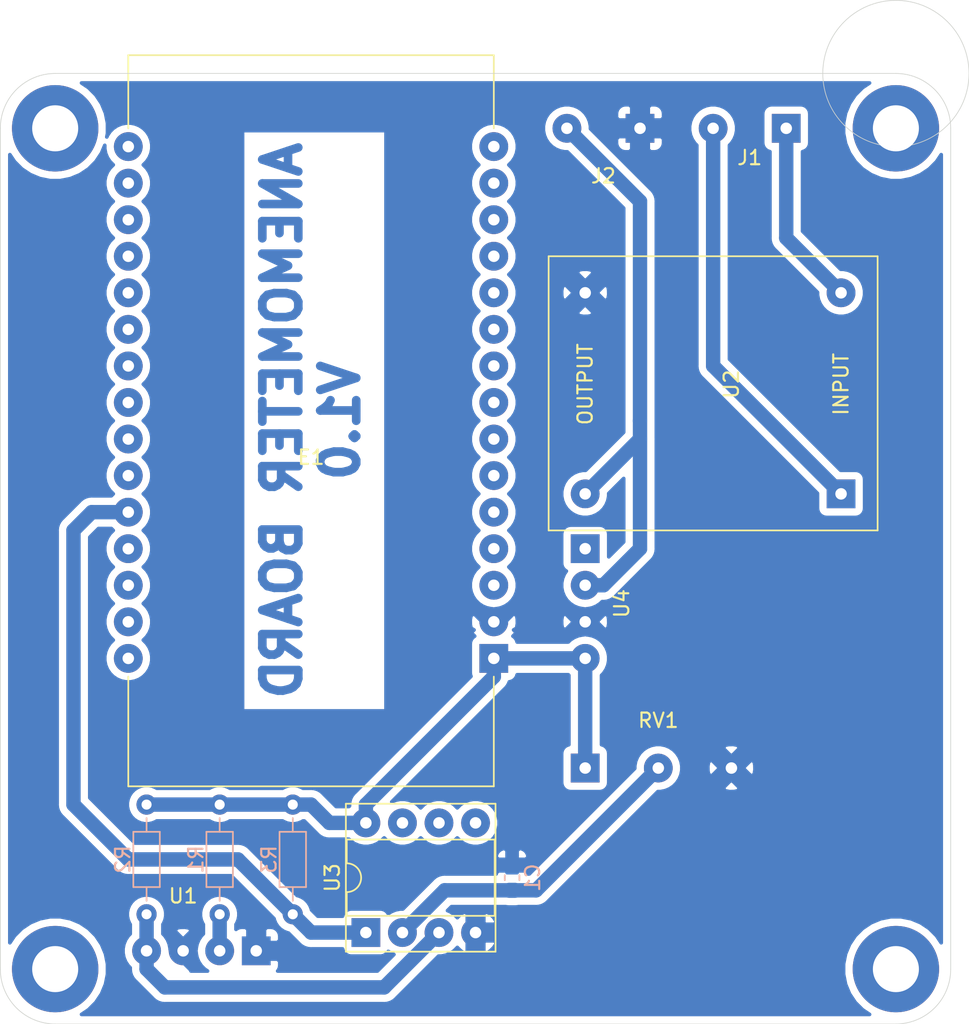
<source format=kicad_pcb>
(kicad_pcb (version 20171130) (host pcbnew 5.1.8)

  (general
    (thickness 1.6)
    (drawings 10)
    (tracks 40)
    (zones 0)
    (modules 12)
    (nets 38)
  )

  (page User 200 150.012)
  (layers
    (0 F.Cu signal)
    (31 B.Cu signal)
    (32 B.Adhes user)
    (33 F.Adhes user)
    (34 B.Paste user)
    (35 F.Paste user)
    (36 B.SilkS user)
    (37 F.SilkS user)
    (38 B.Mask user)
    (39 F.Mask user)
    (40 Dwgs.User user)
    (41 Cmts.User user)
    (42 Eco1.User user)
    (43 Eco2.User user)
    (44 Edge.Cuts user)
    (45 Margin user)
    (46 B.CrtYd user)
    (47 F.CrtYd user)
    (48 B.Fab user)
    (49 F.Fab user)
  )

  (setup
    (last_trace_width 0.25)
    (user_trace_width 1)
    (user_trace_width 2)
    (trace_clearance 0.2)
    (zone_clearance 0.508)
    (zone_45_only no)
    (trace_min 0.8)
    (via_size 0.8)
    (via_drill 0.4)
    (via_min_size 0.4)
    (via_min_drill 0.3)
    (uvia_size 0.3)
    (uvia_drill 0.1)
    (uvias_allowed no)
    (uvia_min_size 0.2)
    (uvia_min_drill 0.1)
    (edge_width 0.05)
    (segment_width 0.2)
    (pcb_text_width 0.3)
    (pcb_text_size 1.5 1.5)
    (mod_edge_width 0.12)
    (mod_text_size 1 1)
    (mod_text_width 0.15)
    (pad_size 2 2)
    (pad_drill 0.7)
    (pad_to_mask_clearance 0.05)
    (aux_axis_origin 0 0)
    (grid_origin 66.04 99.06)
    (visible_elements FFFFFF7F)
    (pcbplotparams
      (layerselection 0x01000_fffffffe)
      (usegerberextensions false)
      (usegerberattributes true)
      (usegerberadvancedattributes true)
      (creategerberjobfile true)
      (excludeedgelayer true)
      (linewidth 0.100000)
      (plotframeref false)
      (viasonmask false)
      (mode 1)
      (useauxorigin false)
      (hpglpennumber 1)
      (hpglpenspeed 20)
      (hpglpendiameter 15.000000)
      (psnegative false)
      (psa4output false)
      (plotreference true)
      (plotvalue true)
      (plotinvisibletext false)
      (padsonsilk false)
      (subtractmaskfromsilk false)
      (outputformat 1)
      (mirror false)
      (drillshape 0)
      (scaleselection 1)
      (outputdirectory "CAMOutputs/"))
  )

  (net 0 "")
  (net 1 "Net-(C1-Pad1)")
  (net 2 GND)
  (net 3 +3V3)
  (net 4 "Net-(E1-Pad3)")
  (net 5 "Net-(E1-Pad4)")
  (net 6 "Net-(E1-Pad5)")
  (net 7 "Net-(E1-Pad6)")
  (net 8 "Net-(E1-Pad7)")
  (net 9 "Net-(E1-Pad8)")
  (net 10 "Net-(E1-Pad9)")
  (net 11 "Net-(E1-Pad10)")
  (net 12 "Net-(E1-Pad11)")
  (net 13 "Net-(E1-Pad12)")
  (net 14 "Net-(E1-Pad13)")
  (net 15 "Net-(E1-Pad14)")
  (net 16 "Net-(E1-Pad15)")
  (net 17 "Net-(E1-Pad16)")
  (net 18 "Net-(E1-Pad17)")
  (net 19 "Net-(E1-Pad18)")
  (net 20 "Net-(E1-Pad19)")
  (net 21 "Net-(E1-Pad21)")
  (net 22 "Net-(E1-Pad22)")
  (net 23 "Net-(E1-Pad23)")
  (net 24 "Net-(E1-Pad24)")
  (net 25 "Net-(E1-Pad25)")
  (net 26 "Net-(E1-Pad26)")
  (net 27 "Net-(E1-Pad27)")
  (net 28 "Net-(E1-Pad28)")
  (net 29 "Net-(E1-Pad29)")
  (net 30 "Net-(E1-Pad30)")
  (net 31 /SOLAR-)
  (net 32 /SOLAR+)
  (net 33 BATT+)
  (net 34 "Net-(R1-Pad2)")
  (net 35 "Net-(R2-Pad2)")
  (net 36 ANE_OUT)
  (net 37 "Net-(U4-Pad1)")

  (net_class Default "This is the default net class."
    (clearance 0.2)
    (trace_width 0.25)
    (via_dia 0.8)
    (via_drill 0.4)
    (uvia_dia 0.3)
    (uvia_drill 0.1)
    (add_net +3V3)
    (add_net /SOLAR+)
    (add_net /SOLAR-)
    (add_net ANE_OUT)
    (add_net BATT+)
    (add_net GND)
    (add_net "Net-(C1-Pad1)")
    (add_net "Net-(E1-Pad10)")
    (add_net "Net-(E1-Pad11)")
    (add_net "Net-(E1-Pad12)")
    (add_net "Net-(E1-Pad13)")
    (add_net "Net-(E1-Pad14)")
    (add_net "Net-(E1-Pad15)")
    (add_net "Net-(E1-Pad16)")
    (add_net "Net-(E1-Pad17)")
    (add_net "Net-(E1-Pad18)")
    (add_net "Net-(E1-Pad19)")
    (add_net "Net-(E1-Pad21)")
    (add_net "Net-(E1-Pad22)")
    (add_net "Net-(E1-Pad23)")
    (add_net "Net-(E1-Pad24)")
    (add_net "Net-(E1-Pad25)")
    (add_net "Net-(E1-Pad26)")
    (add_net "Net-(E1-Pad27)")
    (add_net "Net-(E1-Pad28)")
    (add_net "Net-(E1-Pad29)")
    (add_net "Net-(E1-Pad3)")
    (add_net "Net-(E1-Pad30)")
    (add_net "Net-(E1-Pad4)")
    (add_net "Net-(E1-Pad5)")
    (add_net "Net-(E1-Pad6)")
    (add_net "Net-(E1-Pad7)")
    (add_net "Net-(E1-Pad8)")
    (add_net "Net-(E1-Pad9)")
    (add_net "Net-(R1-Pad2)")
    (add_net "Net-(R2-Pad2)")
    (add_net "Net-(U4-Pad1)")
  )

  (module Package_DIP:DIP-8_W7.62mm_Socket (layer F.Cu) (tedit 5F066761) (tstamp 5F069CB4)
    (at 91.44 92.71 90)
    (descr "8-lead though-hole mounted DIP package, row spacing 7.62 mm (300 mils), Socket")
    (tags "THT DIP DIL PDIP 2.54mm 7.62mm 300mil Socket")
    (path /5F040027)
    (fp_text reference U3 (at 3.81 -2.33 90) (layer F.SilkS)
      (effects (font (size 1 1) (thickness 0.15)))
    )
    (fp_text value LM393 (at 3.81 5.08 90) (layer F.Fab)
      (effects (font (size 1 1) (thickness 0.15)))
    )
    (fp_line (start 1.635 -1.27) (end 6.985 -1.27) (layer F.Fab) (width 0.1))
    (fp_line (start 6.985 -1.27) (end 6.985 8.89) (layer F.Fab) (width 0.1))
    (fp_line (start 6.985 8.89) (end 0.635 8.89) (layer F.Fab) (width 0.1))
    (fp_line (start 0.635 8.89) (end 0.635 -0.27) (layer F.Fab) (width 0.1))
    (fp_line (start 0.635 -0.27) (end 1.635 -1.27) (layer F.Fab) (width 0.1))
    (fp_line (start -1.27 -1.33) (end -1.27 8.95) (layer F.Fab) (width 0.1))
    (fp_line (start -1.27 8.95) (end 8.89 8.95) (layer F.Fab) (width 0.1))
    (fp_line (start 8.89 8.95) (end 8.89 -1.33) (layer F.Fab) (width 0.1))
    (fp_line (start 8.89 -1.33) (end -1.27 -1.33) (layer F.Fab) (width 0.1))
    (fp_line (start 2.81 -1.33) (end 1.16 -1.33) (layer F.SilkS) (width 0.12))
    (fp_line (start 1.16 -1.33) (end 1.16 8.95) (layer F.SilkS) (width 0.12))
    (fp_line (start 1.16 8.95) (end 6.46 8.95) (layer F.SilkS) (width 0.12))
    (fp_line (start 6.46 8.95) (end 6.46 -1.33) (layer F.SilkS) (width 0.12))
    (fp_line (start 6.46 -1.33) (end 4.81 -1.33) (layer F.SilkS) (width 0.12))
    (fp_line (start -1.33 -1.39) (end -1.33 9.01) (layer F.SilkS) (width 0.12))
    (fp_line (start -1.33 9.01) (end 8.95 9.01) (layer F.SilkS) (width 0.12))
    (fp_line (start 8.95 9.01) (end 8.95 -1.39) (layer F.SilkS) (width 0.12))
    (fp_line (start 8.95 -1.39) (end -1.33 -1.39) (layer F.SilkS) (width 0.12))
    (fp_line (start -1.55 -1.6) (end -1.55 9.2) (layer F.CrtYd) (width 0.05))
    (fp_line (start -1.55 9.2) (end 9.15 9.2) (layer F.CrtYd) (width 0.05))
    (fp_line (start 9.15 9.2) (end 9.15 -1.6) (layer F.CrtYd) (width 0.05))
    (fp_line (start 9.15 -1.6) (end -1.55 -1.6) (layer F.CrtYd) (width 0.05))
    (fp_text user %R (at 3.81 3.81 90) (layer F.Fab)
      (effects (font (size 1 1) (thickness 0.15)))
    )
    (fp_arc (start 3.81 -1.33) (end 2.81 -1.33) (angle -180) (layer F.SilkS) (width 0.12))
    (pad 8 thru_hole oval (at 7.62 0 90) (size 2 2) (drill 0.8) (layers *.Cu *.Mask)
      (net 3 +3V3))
    (pad 4 thru_hole oval (at 0 7.62 90) (size 2 2) (drill 0.8) (layers *.Cu *.Mask)
      (net 2 GND))
    (pad 7 thru_hole oval (at 7.62 2.54 90) (size 2 2) (drill 0.8) (layers *.Cu *.Mask))
    (pad 3 thru_hole oval (at 0 5.08 90) (size 2 2) (drill 0.8) (layers *.Cu *.Mask)
      (net 35 "Net-(R2-Pad2)"))
    (pad 6 thru_hole oval (at 7.62 5.08 90) (size 2 2) (drill 0.8) (layers *.Cu *.Mask))
    (pad 2 thru_hole oval (at 0 2.54 90) (size 2 2) (drill 0.8) (layers *.Cu *.Mask)
      (net 1 "Net-(C1-Pad1)"))
    (pad 5 thru_hole oval (at 7.62 7.62 90) (size 2 2) (drill 0.8) (layers *.Cu *.Mask))
    (pad 1 thru_hole rect (at 0 0 90) (size 2 2) (drill 0.8) (layers *.Cu *.Mask)
      (net 36 ANE_OUT))
    (model ${KISYS3DMOD}/Package_DIP.3dshapes/DIP-8_W7.62mm_Socket.wrl
      (at (xyz 0 0 0))
      (scale (xyz 1 1 1))
      (rotate (xyz 0 0 0))
    )
  )

  (module Resistor_THT:R_Axial_DIN0204_L3.6mm_D1.6mm_P7.62mm_Horizontal (layer B.Cu) (tedit 5AE5139B) (tstamp 5F06B9D0)
    (at 86.36 83.82 270)
    (descr "Resistor, Axial_DIN0204 series, Axial, Horizontal, pin pitch=7.62mm, 0.167W, length*diameter=3.6*1.6mm^2, http://cdn-reichelt.de/documents/datenblatt/B400/1_4W%23YAG.pdf")
    (tags "Resistor Axial_DIN0204 series Axial Horizontal pin pitch 7.62mm 0.167W length 3.6mm diameter 1.6mm")
    (path /5F03F509)
    (fp_text reference R3 (at 3.81 1.65 270) (layer B.SilkS)
      (effects (font (size 1 1) (thickness 0.15)) (justify mirror))
    )
    (fp_text value 10K (at 3.81 -1.65 270) (layer B.Fab)
      (effects (font (size 1 1) (thickness 0.15)) (justify mirror))
    )
    (fp_line (start 2.01 0.8) (end 2.01 -0.8) (layer B.Fab) (width 0.1))
    (fp_line (start 2.01 -0.8) (end 5.61 -0.8) (layer B.Fab) (width 0.1))
    (fp_line (start 5.61 -0.8) (end 5.61 0.8) (layer B.Fab) (width 0.1))
    (fp_line (start 5.61 0.8) (end 2.01 0.8) (layer B.Fab) (width 0.1))
    (fp_line (start 0 0) (end 2.01 0) (layer B.Fab) (width 0.1))
    (fp_line (start 7.62 0) (end 5.61 0) (layer B.Fab) (width 0.1))
    (fp_line (start 1.89 0.92) (end 1.89 -0.92) (layer B.SilkS) (width 0.12))
    (fp_line (start 1.89 -0.92) (end 5.73 -0.92) (layer B.SilkS) (width 0.12))
    (fp_line (start 5.73 -0.92) (end 5.73 0.92) (layer B.SilkS) (width 0.12))
    (fp_line (start 5.73 0.92) (end 1.89 0.92) (layer B.SilkS) (width 0.12))
    (fp_line (start 0.94 0) (end 1.89 0) (layer B.SilkS) (width 0.12))
    (fp_line (start 6.68 0) (end 5.73 0) (layer B.SilkS) (width 0.12))
    (fp_line (start -0.95 1.05) (end -0.95 -1.05) (layer B.CrtYd) (width 0.05))
    (fp_line (start -0.95 -1.05) (end 8.57 -1.05) (layer B.CrtYd) (width 0.05))
    (fp_line (start 8.57 -1.05) (end 8.57 1.05) (layer B.CrtYd) (width 0.05))
    (fp_line (start 8.57 1.05) (end -0.95 1.05) (layer B.CrtYd) (width 0.05))
    (fp_text user %R (at 0 0 270) (layer B.Fab)
      (effects (font (size 0.5 0.5) (thickness 0.08)) (justify mirror))
    )
    (pad 2 thru_hole oval (at 7.62 0 270) (size 1.4 1.4) (drill 0.7) (layers *.Cu *.Mask)
      (net 36 ANE_OUT))
    (pad 1 thru_hole circle (at 0 0 270) (size 1.4 1.4) (drill 0.7) (layers *.Cu *.Mask)
      (net 3 +3V3))
    (model ${KISYS3DMOD}/Resistor_THT.3dshapes/R_Axial_DIN0204_L3.6mm_D1.6mm_P7.62mm_Horizontal.wrl
      (at (xyz 0 0 0))
      (scale (xyz 1 1 1))
      (rotate (xyz 0 0 0))
    )
  )

  (module Resistor_THT:R_Axial_DIN0204_L3.6mm_D1.6mm_P7.62mm_Horizontal (layer B.Cu) (tedit 5AE5139B) (tstamp 5F068A6C)
    (at 76.2 83.82 270)
    (descr "Resistor, Axial_DIN0204 series, Axial, Horizontal, pin pitch=7.62mm, 0.167W, length*diameter=3.6*1.6mm^2, http://cdn-reichelt.de/documents/datenblatt/B400/1_4W%23YAG.pdf")
    (tags "Resistor Axial_DIN0204 series Axial Horizontal pin pitch 7.62mm 0.167W length 3.6mm diameter 1.6mm")
    (path /5F03EE03)
    (fp_text reference R2 (at 3.81 1.65 270) (layer B.SilkS)
      (effects (font (size 1 1) (thickness 0.15)) (justify mirror))
    )
    (fp_text value 10K (at 3.81 -1.65 270) (layer B.Fab)
      (effects (font (size 1 1) (thickness 0.15)) (justify mirror))
    )
    (fp_line (start 2.01 0.8) (end 2.01 -0.8) (layer B.Fab) (width 0.1))
    (fp_line (start 2.01 -0.8) (end 5.61 -0.8) (layer B.Fab) (width 0.1))
    (fp_line (start 5.61 -0.8) (end 5.61 0.8) (layer B.Fab) (width 0.1))
    (fp_line (start 5.61 0.8) (end 2.01 0.8) (layer B.Fab) (width 0.1))
    (fp_line (start 0 0) (end 2.01 0) (layer B.Fab) (width 0.1))
    (fp_line (start 7.62 0) (end 5.61 0) (layer B.Fab) (width 0.1))
    (fp_line (start 1.89 0.92) (end 1.89 -0.92) (layer B.SilkS) (width 0.12))
    (fp_line (start 1.89 -0.92) (end 5.73 -0.92) (layer B.SilkS) (width 0.12))
    (fp_line (start 5.73 -0.92) (end 5.73 0.92) (layer B.SilkS) (width 0.12))
    (fp_line (start 5.73 0.92) (end 1.89 0.92) (layer B.SilkS) (width 0.12))
    (fp_line (start 0.94 0) (end 1.89 0) (layer B.SilkS) (width 0.12))
    (fp_line (start 6.68 0) (end 5.73 0) (layer B.SilkS) (width 0.12))
    (fp_line (start -0.95 1.05) (end -0.95 -1.05) (layer B.CrtYd) (width 0.05))
    (fp_line (start -0.95 -1.05) (end 8.57 -1.05) (layer B.CrtYd) (width 0.05))
    (fp_line (start 8.57 -1.05) (end 8.57 1.05) (layer B.CrtYd) (width 0.05))
    (fp_line (start 8.57 1.05) (end -0.95 1.05) (layer B.CrtYd) (width 0.05))
    (fp_text user %R (at 0 0 270) (layer B.Fab)
      (effects (font (size 0.5 0.5) (thickness 0.08)) (justify mirror))
    )
    (pad 2 thru_hole oval (at 7.62 0 270) (size 1.4 1.4) (drill 0.7) (layers *.Cu *.Mask)
      (net 35 "Net-(R2-Pad2)"))
    (pad 1 thru_hole circle (at 0 0 270) (size 1.4 1.4) (drill 0.7) (layers *.Cu *.Mask)
      (net 3 +3V3))
    (model ${KISYS3DMOD}/Resistor_THT.3dshapes/R_Axial_DIN0204_L3.6mm_D1.6mm_P7.62mm_Horizontal.wrl
      (at (xyz 0 0 0))
      (scale (xyz 1 1 1))
      (rotate (xyz 0 0 0))
    )
  )

  (module Resistor_THT:R_Axial_DIN0204_L3.6mm_D1.6mm_P7.62mm_Horizontal (layer B.Cu) (tedit 5AE5139B) (tstamp 5F068A5B)
    (at 81.28 83.82 270)
    (descr "Resistor, Axial_DIN0204 series, Axial, Horizontal, pin pitch=7.62mm, 0.167W, length*diameter=3.6*1.6mm^2, http://cdn-reichelt.de/documents/datenblatt/B400/1_4W%23YAG.pdf")
    (tags "Resistor Axial_DIN0204 series Axial Horizontal pin pitch 7.62mm 0.167W length 3.6mm diameter 1.6mm")
    (path /5F03E178)
    (fp_text reference R1 (at 3.81 1.65 270) (layer B.SilkS)
      (effects (font (size 1 1) (thickness 0.15)) (justify mirror))
    )
    (fp_text value 47R (at 3.81 -1.65 270) (layer B.Fab)
      (effects (font (size 1 1) (thickness 0.15)) (justify mirror))
    )
    (fp_line (start 2.01 0.8) (end 2.01 -0.8) (layer B.Fab) (width 0.1))
    (fp_line (start 2.01 -0.8) (end 5.61 -0.8) (layer B.Fab) (width 0.1))
    (fp_line (start 5.61 -0.8) (end 5.61 0.8) (layer B.Fab) (width 0.1))
    (fp_line (start 5.61 0.8) (end 2.01 0.8) (layer B.Fab) (width 0.1))
    (fp_line (start 0 0) (end 2.01 0) (layer B.Fab) (width 0.1))
    (fp_line (start 7.62 0) (end 5.61 0) (layer B.Fab) (width 0.1))
    (fp_line (start 1.89 0.92) (end 1.89 -0.92) (layer B.SilkS) (width 0.12))
    (fp_line (start 1.89 -0.92) (end 5.73 -0.92) (layer B.SilkS) (width 0.12))
    (fp_line (start 5.73 -0.92) (end 5.73 0.92) (layer B.SilkS) (width 0.12))
    (fp_line (start 5.73 0.92) (end 1.89 0.92) (layer B.SilkS) (width 0.12))
    (fp_line (start 0.94 0) (end 1.89 0) (layer B.SilkS) (width 0.12))
    (fp_line (start 6.68 0) (end 5.73 0) (layer B.SilkS) (width 0.12))
    (fp_line (start -0.95 1.05) (end -0.95 -1.05) (layer B.CrtYd) (width 0.05))
    (fp_line (start -0.95 -1.05) (end 8.57 -1.05) (layer B.CrtYd) (width 0.05))
    (fp_line (start 8.57 -1.05) (end 8.57 1.05) (layer B.CrtYd) (width 0.05))
    (fp_line (start 8.57 1.05) (end -0.95 1.05) (layer B.CrtYd) (width 0.05))
    (fp_text user %R (at 0 0 270) (layer B.Fab)
      (effects (font (size 0.5 0.5) (thickness 0.08)) (justify mirror))
    )
    (pad 2 thru_hole oval (at 7.62 0 270) (size 1.4 1.4) (drill 0.7) (layers *.Cu *.Mask)
      (net 34 "Net-(R1-Pad2)"))
    (pad 1 thru_hole circle (at 0 0 270) (size 1.4 1.4) (drill 0.7) (layers *.Cu *.Mask)
      (net 3 +3V3))
    (model ${KISYS3DMOD}/Resistor_THT.3dshapes/R_Axial_DIN0204_L3.6mm_D1.6mm_P7.62mm_Horizontal.wrl
      (at (xyz 0 0 0))
      (scale (xyz 1 1 1))
      (rotate (xyz 0 0 0))
    )
  )

  (module misc:TC4056A_BREAKOUT (layer F.Cu) (tedit 5F06B17F) (tstamp 5F06C63F)
    (at 115.57 54.61 90)
    (path /5F03CA42)
    (fp_text reference U2 (at 0 1.27 90) (layer F.SilkS)
      (effects (font (size 1 1) (thickness 0.15)))
    )
    (fp_text value TC4056A_BREAKOUT (at -0.635 -1.77 90) (layer F.Fab)
      (effects (font (size 1 1) (thickness 0.15)))
    )
    (fp_line (start 8.89 -11.43) (end -10.16 -11.43) (layer F.SilkS) (width 0.12))
    (fp_line (start 8.89 11.43) (end 8.89 -11.43) (layer F.SilkS) (width 0.12))
    (fp_line (start -10.16 11.43) (end 8.89 11.43) (layer F.SilkS) (width 0.12))
    (fp_line (start -10.16 -11.43) (end -10.16 11.43) (layer F.SilkS) (width 0.12))
    (fp_text user OUTPUT (at 0 -8.89 90) (layer F.SilkS)
      (effects (font (size 1 1) (thickness 0.15)))
    )
    (fp_text user INPUT (at 0 8.89 90) (layer F.SilkS)
      (effects (font (size 1 1) (thickness 0.15)))
    )
    (pad 3 thru_hole circle (at 6.35 -8.89 90) (size 2 2) (drill 0.8) (layers *.Cu *.Mask)
      (net 2 GND))
    (pad 2 thru_hole circle (at 6.35 8.89 90) (size 2 2) (drill 0.8) (layers *.Cu *.Mask)
      (net 31 /SOLAR-))
    (pad 4 thru_hole circle (at -7.62 -8.89 90) (size 2 2) (drill 0.8) (layers *.Cu *.Mask)
      (net 33 BATT+))
    (pad 1 thru_hole rect (at -7.62 8.89 90) (size 2 2) (drill 0.8) (layers *.Cu *.Mask)
      (net 32 /SOLAR+))
  )

  (module headers:2_double_spaced (layer F.Cu) (tedit 5F0667CC) (tstamp 5F069B3E)
    (at 107.95 36.83 180)
    (path /5F0A03E1)
    (fp_text reference J2 (at 0 -3.31) (layer F.SilkS)
      (effects (font (size 1 1) (thickness 0.15)))
    )
    (fp_text value BATT (at 0 -5.08) (layer F.Fab)
      (effects (font (size 1 1) (thickness 0.15)))
    )
    (pad 2 thru_hole circle (at 2.54 0 180) (size 2 2) (drill 0.8) (layers *.Cu *.Mask)
      (net 33 BATT+))
    (pad 1 thru_hole rect (at -2.54 0 180) (size 2 2) (drill 0.8) (layers *.Cu *.Mask)
      (net 2 GND))
  )

  (module headers:2_double_spaced (layer F.Cu) (tedit 5F0667CC) (tstamp 5F069B4D)
    (at 118.11 36.83 180)
    (path /5F051EE9)
    (fp_text reference J1 (at 0 -2.04) (layer F.SilkS)
      (effects (font (size 1 1) (thickness 0.15)))
    )
    (fp_text value SOLAR (at 0 -3.81) (layer F.Fab)
      (effects (font (size 1 1) (thickness 0.15)))
    )
    (pad 2 thru_hole circle (at 2.54 0 180) (size 2 2) (drill 0.8) (layers *.Cu *.Mask)
      (net 32 /SOLAR+))
    (pad 1 thru_hole rect (at -2.54 0 180) (size 2 2) (drill 0.8) (layers *.Cu *.Mask)
      (net 31 /SOLAR-))
  )

  (module headers:4x1 (layer F.Cu) (tedit 5F0667B9) (tstamp 5F068A8C)
    (at 80.01 93.98 180)
    (path /5F03B1B7)
    (fp_text reference U1 (at 1.27 3.81) (layer F.SilkS)
      (effects (font (size 1 1) (thickness 0.15)))
    )
    (fp_text value TCRT5000 (at 0 -2.54) (layer F.Fab)
      (effects (font (size 1 1) (thickness 0.15)))
    )
    (pad 4 thru_hole circle (at 3.81 0 180) (size 2 2) (drill 0.8) (layers *.Cu *.Mask)
      (net 35 "Net-(R2-Pad2)"))
    (pad 3 thru_hole circle (at 1.27 0 180) (size 2 2) (drill 0.8) (layers *.Cu *.Mask)
      (net 2 GND))
    (pad 2 thru_hole circle (at -1.27 0 180) (size 2 2) (drill 0.8) (layers *.Cu *.Mask)
      (net 34 "Net-(R1-Pad2)"))
    (pad 1 thru_hole rect (at -3.81 0 180) (size 2 2) (drill 0.8) (layers *.Cu *.Mask)
      (net 2 GND))
  )

  (module headers:4x1 (layer F.Cu) (tedit 5F0667B9) (tstamp 5F068AC6)
    (at 106.68 69.85 270)
    (path /5F043DC8)
    (fp_text reference U4 (at 0 -2.54 90) (layer F.SilkS)
      (effects (font (size 1 1) (thickness 0.15)))
    )
    (fp_text value REGULATOR (at 0 -5.08 90) (layer F.Fab)
      (effects (font (size 1 1) (thickness 0.15)))
    )
    (pad 4 thru_hole circle (at 3.81 0 270) (size 2 2) (drill 0.8) (layers *.Cu *.Mask)
      (net 3 +3V3))
    (pad 3 thru_hole circle (at 1.27 0 270) (size 2 2) (drill 0.8) (layers *.Cu *.Mask)
      (net 2 GND))
    (pad 2 thru_hole circle (at -1.27 0 270) (size 2 2) (drill 0.8) (layers *.Cu *.Mask)
      (net 33 BATT+))
    (pad 1 thru_hole rect (at -3.81 0 270) (size 2 2) (drill 0.8) (layers *.Cu *.Mask)
      (net 37 "Net-(U4-Pad1)"))
  )

  (module headers:3_double_spaced (layer F.Cu) (tedit 5F0667BF) (tstamp 5F068A84)
    (at 111.76 81.28)
    (path /5F046297)
    (fp_text reference RV1 (at 0 -3.31) (layer F.SilkS)
      (effects (font (size 1 1) (thickness 0.15)))
    )
    (fp_text value R_POT (at 0 -5.08) (layer F.Fab)
      (effects (font (size 1 1) (thickness 0.15)))
    )
    (pad 3 thru_hole circle (at 5.08 0) (size 2 2) (drill 0.8) (layers *.Cu *.Mask)
      (net 2 GND))
    (pad 1 thru_hole rect (at -5.08 0) (size 2 2) (drill 0.8) (layers *.Cu *.Mask)
      (net 3 +3V3))
    (pad 2 thru_hole circle (at 0 0) (size 2 2) (drill 0.8) (layers *.Cu *.Mask)
      (net 1 "Net-(C1-Pad1)"))
  )

  (module microcontroller:ESP31-DEVKIT (layer F.Cu) (tedit 5F066798) (tstamp 5F0693AB)
    (at 87.63 57.15)
    (path /5F05FFF9)
    (fp_text reference E1 (at 0 2.54) (layer F.SilkS)
      (effects (font (size 1 1) (thickness 0.15)))
    )
    (fp_text value ESP32-DEVKIT (at 0 0) (layer F.Fab)
      (effects (font (size 1 1) (thickness 0.15)))
    )
    (fp_line (start 12.7 25.4) (end 12.7 17.78) (layer F.SilkS) (width 0.12))
    (fp_line (start -12.7 25.4) (end 12.7 25.4) (layer F.SilkS) (width 0.12))
    (fp_line (start -12.7 17.78) (end -12.7 25.4) (layer F.SilkS) (width 0.12))
    (fp_line (start 12.7 -25.4) (end 12.7 -20.32) (layer F.SilkS) (width 0.12))
    (fp_line (start -12.7 -25.4) (end 12.7 -25.4) (layer F.SilkS) (width 0.12))
    (fp_line (start -12.7 -20.32) (end -12.7 -25.4) (layer F.SilkS) (width 0.12))
    (pad 30 thru_hole circle (at -12.7 -19.05) (size 2 2) (drill 0.8) (layers *.Cu *.Mask)
      (net 30 "Net-(E1-Pad30)"))
    (pad 29 thru_hole circle (at -12.7 -16.51) (size 2 2) (drill 0.8) (layers *.Cu *.Mask)
      (net 29 "Net-(E1-Pad29)"))
    (pad 28 thru_hole circle (at -12.7 -13.97) (size 2 2) (drill 0.8) (layers *.Cu *.Mask)
      (net 28 "Net-(E1-Pad28)"))
    (pad 27 thru_hole circle (at -12.7 -11.43) (size 2 2) (drill 0.8) (layers *.Cu *.Mask)
      (net 27 "Net-(E1-Pad27)"))
    (pad 26 thru_hole circle (at -12.7 -8.89) (size 2 2) (drill 0.8) (layers *.Cu *.Mask)
      (net 26 "Net-(E1-Pad26)"))
    (pad 25 thru_hole circle (at -12.7 -6.35) (size 2 2) (drill 0.8) (layers *.Cu *.Mask)
      (net 25 "Net-(E1-Pad25)"))
    (pad 24 thru_hole circle (at -12.7 -3.81) (size 2 2) (drill 0.8) (layers *.Cu *.Mask)
      (net 24 "Net-(E1-Pad24)"))
    (pad 23 thru_hole circle (at -12.7 -1.27) (size 2 2) (drill 0.8) (layers *.Cu *.Mask)
      (net 23 "Net-(E1-Pad23)"))
    (pad 22 thru_hole circle (at -12.7 1.27) (size 2 2) (drill 0.8) (layers *.Cu *.Mask)
      (net 22 "Net-(E1-Pad22)"))
    (pad 21 thru_hole circle (at -12.7 3.81) (size 2 2) (drill 0.8) (layers *.Cu *.Mask)
      (net 21 "Net-(E1-Pad21)"))
    (pad 20 thru_hole circle (at -12.7 6.35) (size 2 2) (drill 0.8) (layers *.Cu *.Mask)
      (net 36 ANE_OUT))
    (pad 19 thru_hole circle (at -12.7 8.89) (size 2 2) (drill 0.8) (layers *.Cu *.Mask)
      (net 20 "Net-(E1-Pad19)"))
    (pad 18 thru_hole circle (at -12.7 11.43) (size 2 2) (drill 0.8) (layers *.Cu *.Mask)
      (net 19 "Net-(E1-Pad18)"))
    (pad 17 thru_hole circle (at -12.7 13.97) (size 2 2) (drill 0.8) (layers *.Cu *.Mask)
      (net 18 "Net-(E1-Pad17)"))
    (pad 16 thru_hole circle (at -12.7 16.51) (size 2 2) (drill 0.8) (layers *.Cu *.Mask)
      (net 17 "Net-(E1-Pad16)"))
    (pad 15 thru_hole circle (at 12.7 -19.05) (size 2 2) (drill 0.8) (layers *.Cu *.Mask)
      (net 16 "Net-(E1-Pad15)"))
    (pad 14 thru_hole circle (at 12.7 -16.51) (size 2 2) (drill 0.8) (layers *.Cu *.Mask)
      (net 15 "Net-(E1-Pad14)"))
    (pad 13 thru_hole circle (at 12.7 -13.97) (size 2 2) (drill 0.8) (layers *.Cu *.Mask)
      (net 14 "Net-(E1-Pad13)"))
    (pad 12 thru_hole circle (at 12.7 -11.43) (size 2 2) (drill 0.8) (layers *.Cu *.Mask)
      (net 13 "Net-(E1-Pad12)"))
    (pad 11 thru_hole circle (at 12.7 -8.89) (size 2 2) (drill 0.8) (layers *.Cu *.Mask)
      (net 12 "Net-(E1-Pad11)"))
    (pad 10 thru_hole circle (at 12.7 -6.35) (size 2 2) (drill 0.8) (layers *.Cu *.Mask)
      (net 11 "Net-(E1-Pad10)"))
    (pad 9 thru_hole circle (at 12.7 -3.81) (size 2 2) (drill 0.8) (layers *.Cu *.Mask)
      (net 10 "Net-(E1-Pad9)"))
    (pad 8 thru_hole circle (at 12.7 -1.27) (size 2 2) (drill 0.8) (layers *.Cu *.Mask)
      (net 9 "Net-(E1-Pad8)"))
    (pad 7 thru_hole circle (at 12.7 1.27) (size 2 2) (drill 0.8) (layers *.Cu *.Mask)
      (net 8 "Net-(E1-Pad7)"))
    (pad 6 thru_hole circle (at 12.7 3.81) (size 2 2) (drill 0.8) (layers *.Cu *.Mask)
      (net 7 "Net-(E1-Pad6)"))
    (pad 5 thru_hole circle (at 12.7 6.35) (size 2 2) (drill 0.8) (layers *.Cu *.Mask)
      (net 6 "Net-(E1-Pad5)"))
    (pad 4 thru_hole circle (at 12.7 8.89) (size 2 2) (drill 0.8) (layers *.Cu *.Mask)
      (net 5 "Net-(E1-Pad4)"))
    (pad 3 thru_hole circle (at 12.7 11.43) (size 2 2) (drill 0.8) (layers *.Cu *.Mask)
      (net 4 "Net-(E1-Pad3)"))
    (pad 2 thru_hole circle (at 12.7 13.97) (size 2 2) (drill 0.8) (layers *.Cu *.Mask)
      (net 2 GND))
    (pad 1 thru_hole rect (at 12.7 16.51) (size 2 2) (drill 0.8) (layers *.Cu *.Mask)
      (net 3 +3V3))
  )

  (module Capacitor_SMD:C_0603_1608Metric_Pad1.05x0.95mm_HandSolder (layer B.Cu) (tedit 5B301BBE) (tstamp 5F068A16)
    (at 101.6 88.9 90)
    (descr "Capacitor SMD 0603 (1608 Metric), square (rectangular) end terminal, IPC_7351 nominal with elongated pad for handsoldering. (Body size source: http://www.tortai-tech.com/upload/download/2011102023233369053.pdf), generated with kicad-footprint-generator")
    (tags "capacitor handsolder")
    (path /5F045974)
    (attr smd)
    (fp_text reference C1 (at 0 1.43 90) (layer B.SilkS)
      (effects (font (size 1 1) (thickness 0.15)) (justify mirror))
    )
    (fp_text value 100nF (at 0 2.54 90) (layer B.Fab)
      (effects (font (size 1 1) (thickness 0.15)) (justify mirror))
    )
    (fp_line (start 1.65 -0.73) (end -1.65 -0.73) (layer B.CrtYd) (width 0.05))
    (fp_line (start 1.65 0.73) (end 1.65 -0.73) (layer B.CrtYd) (width 0.05))
    (fp_line (start -1.65 0.73) (end 1.65 0.73) (layer B.CrtYd) (width 0.05))
    (fp_line (start -1.65 -0.73) (end -1.65 0.73) (layer B.CrtYd) (width 0.05))
    (fp_line (start -0.171267 -0.51) (end 0.171267 -0.51) (layer B.SilkS) (width 0.12))
    (fp_line (start -0.171267 0.51) (end 0.171267 0.51) (layer B.SilkS) (width 0.12))
    (fp_line (start 0.8 -0.4) (end -0.8 -0.4) (layer B.Fab) (width 0.1))
    (fp_line (start 0.8 0.4) (end 0.8 -0.4) (layer B.Fab) (width 0.1))
    (fp_line (start -0.8 0.4) (end 0.8 0.4) (layer B.Fab) (width 0.1))
    (fp_line (start -0.8 -0.4) (end -0.8 0.4) (layer B.Fab) (width 0.1))
    (fp_text user %R (at 0 0 90) (layer B.Fab)
      (effects (font (size 0.4 0.4) (thickness 0.06)) (justify mirror))
    )
    (pad 1 smd roundrect (at -0.875 0 90) (size 1.05 0.95) (layers B.Cu B.Paste B.Mask) (roundrect_rratio 0.25)
      (net 1 "Net-(C1-Pad1)"))
    (pad 2 smd roundrect (at 0.875 0 90) (size 1.05 0.95) (layers B.Cu B.Paste B.Mask) (roundrect_rratio 0.25)
      (net 2 GND))
    (model ${KISYS3DMOD}/Capacitor_SMD.3dshapes/C_0603_1608Metric.wrl
      (at (xyz 0 0 0))
      (scale (xyz 1 1 1))
      (rotate (xyz 0 0 0))
    )
  )

  (gr_arc (start 128.27 36.83) (end 132.08 36.83) (angle -90) (layer Edge.Cuts) (width 0.05))
  (gr_text "ANEMOMETER BOARD\nV1.0" (at 87.63 57.15 90) (layer B.Cu)
    (effects (font (size 2.5 2.5) (thickness 0.6)) (justify mirror))
  )
  (gr_line (start 69.85 99.06) (end 128.27 99.06) (layer Edge.Cuts) (width 0.05) (tstamp 5F06C7CD))
  (gr_line (start 66.04 36.83) (end 66.04 95.25) (layer Edge.Cuts) (width 0.05) (tstamp 5F06C7CC))
  (gr_line (start 128.27 33.02) (end 69.85 33.02) (layer Edge.Cuts) (width 0.05) (tstamp 5F06C7CB))
  (gr_line (start 132.08 95.25) (end 132.08 36.83) (layer Edge.Cuts) (width 0.05) (tstamp 5F06C7CA))
  (gr_arc (start 69.85 95.25) (end 66.04 95.25) (angle -90) (layer Edge.Cuts) (width 0.05))
  (gr_arc (start 69.85 36.83) (end 69.85 33.02) (angle -90) (layer Edge.Cuts) (width 0.05))
  (gr_arc (start 128.27 33.02) (end 133.35 33.02) (angle 0) (layer Edge.Cuts) (width 0.05))
  (gr_arc (start 128.27 95.25) (end 128.27 99.06) (angle -90) (layer Edge.Cuts) (width 0.05))

  (via (at 69.85 36.83) (size 6) (drill 3.2) (layers F.Cu B.Cu) (net 0))
  (via (at 69.85 95.25) (size 6) (drill 3.2) (layers F.Cu B.Cu) (net 0) (tstamp 5F06C76F))
  (via (at 128.27 95.25) (size 6) (drill 3.2) (layers F.Cu B.Cu) (net 0) (tstamp 5F06C7A0))
  (via (at 128.27 36.83) (size 6) (drill 3.2) (layers F.Cu B.Cu) (net 0) (tstamp 5F06D172))
  (segment (start 93.98 92.71) (end 96.915 89.775) (width 1) (layer B.Cu) (net 1))
  (segment (start 103.265 89.775) (end 111.76 81.28) (width 1) (layer B.Cu) (net 1))
  (segment (start 96.915 89.775) (end 103.265 89.775) (width 1) (layer B.Cu) (net 1))
  (segment (start 100.33 73.66) (end 100.33 74.93) (width 1) (layer B.Cu) (net 3))
  (segment (start 91.44 83.82) (end 91.44 85.09) (width 1) (layer B.Cu) (net 3))
  (segment (start 100.33 74.93) (end 91.44 83.82) (width 1) (layer B.Cu) (net 3))
  (segment (start 106.68 81.28) (end 106.68 73.66) (width 1) (layer B.Cu) (net 3))
  (segment (start 100.33 73.66) (end 106.68 73.66) (width 1) (layer B.Cu) (net 3))
  (segment (start 76.2 83.82) (end 87.63 83.82) (width 1) (layer B.Cu) (net 3))
  (segment (start 88.9 85.09) (end 91.44 85.09) (width 1) (layer B.Cu) (net 3))
  (segment (start 87.63 83.82) (end 88.9 85.09) (width 1) (layer B.Cu) (net 3))
  (segment (start 124.46 48.26) (end 120.65 44.45) (width 1) (layer B.Cu) (net 31))
  (segment (start 120.65 44.45) (end 120.65 36.83) (width 1) (layer B.Cu) (net 31))
  (segment (start 124.46 62.23) (end 115.57 53.34) (width 1) (layer B.Cu) (net 32))
  (segment (start 115.57 53.34) (end 115.57 36.83) (width 1) (layer B.Cu) (net 32))
  (segment (start 106.68 68.58) (end 107.95 68.58) (width 1) (layer B.Cu) (net 33))
  (segment (start 107.95 68.58) (end 110.49 66.04) (width 1) (layer B.Cu) (net 33))
  (segment (start 110.49 41.91) (end 105.41 36.83) (width 1) (layer B.Cu) (net 33))
  (segment (start 110.49 57.15) (end 110.49 41.91) (width 1) (layer B.Cu) (net 33))
  (segment (start 106.68 62.23) (end 110.49 58.42) (width 1) (layer B.Cu) (net 33))
  (segment (start 110.49 58.42) (end 110.49 57.15) (width 1) (layer B.Cu) (net 33))
  (segment (start 110.49 66.04) (end 110.49 58.42) (width 1) (layer B.Cu) (net 33))
  (segment (start 81.28 91.44) (end 81.28 93.98) (width 1) (layer B.Cu) (net 34))
  (segment (start 96.52 92.71) (end 92.71 96.52) (width 1) (layer B.Cu) (net 35))
  (segment (start 92.71 96.52) (end 77.47 96.52) (width 1) (layer B.Cu) (net 35))
  (segment (start 76.2 95.25) (end 76.2 93.98) (width 1) (layer B.Cu) (net 35))
  (segment (start 77.47 96.52) (end 76.2 95.25) (width 1) (layer B.Cu) (net 35))
  (segment (start 76.2 91.44) (end 76.2 93.98) (width 1) (layer B.Cu) (net 35))
  (segment (start 87.63 92.71) (end 86.36 91.44) (width 1) (layer B.Cu) (net 36))
  (segment (start 91.44 92.71) (end 87.63 92.71) (width 1) (layer B.Cu) (net 36))
  (segment (start 72.39 63.5) (end 74.93 63.5) (width 1) (layer B.Cu) (net 36))
  (segment (start 71.12 64.77) (end 72.39 63.5) (width 1) (layer B.Cu) (net 36))
  (segment (start 71.12 83.82) (end 71.12 64.77) (width 1) (layer B.Cu) (net 36))
  (segment (start 74.93 87.63) (end 71.12 83.82) (width 1) (layer B.Cu) (net 36))
  (segment (start 82.55 87.63) (end 74.93 87.63) (width 1) (layer B.Cu) (net 36))
  (segment (start 86.36 91.44) (end 82.55 87.63) (width 1) (layer B.Cu) (net 36))

  (zone (net 2) (net_name GND) (layer B.Cu) (tstamp 5F06DE39) (hatch edge 0.508)
    (connect_pads (clearance 0.508))
    (min_thickness 0.254)
    (fill yes (arc_segments 32) (thermal_gap 0.508) (thermal_bridge_width 1.4) (smoothing fillet))
    (polygon
      (pts
        (xy 132.08 99.06) (xy 66.04 99.06) (xy 66.04 33.02) (xy 132.08 33.02)
      )
    )
    (filled_polygon
      (pts
        (xy 125.952823 34.006511) (xy 125.446511 34.512823) (xy 125.048705 35.108182) (xy 124.774691 35.76971) (xy 124.635 36.471984)
        (xy 124.635 37.188016) (xy 124.774691 37.89029) (xy 125.048705 38.551818) (xy 125.446511 39.147177) (xy 125.952823 39.653489)
        (xy 126.548182 40.051295) (xy 127.20971 40.325309) (xy 127.911984 40.465) (xy 128.628016 40.465) (xy 129.33029 40.325309)
        (xy 129.991818 40.051295) (xy 130.587177 39.653489) (xy 131.093489 39.147177) (xy 131.420001 38.658517) (xy 131.42 93.421481)
        (xy 131.093489 92.932823) (xy 130.587177 92.426511) (xy 129.991818 92.028705) (xy 129.33029 91.754691) (xy 128.628016 91.615)
        (xy 127.911984 91.615) (xy 127.20971 91.754691) (xy 126.548182 92.028705) (xy 125.952823 92.426511) (xy 125.446511 92.932823)
        (xy 125.048705 93.528182) (xy 124.774691 94.18971) (xy 124.635 94.891984) (xy 124.635 95.608016) (xy 124.774691 96.31029)
        (xy 125.048705 96.971818) (xy 125.446511 97.567177) (xy 125.952823 98.073489) (xy 126.441481 98.4) (xy 71.678519 98.4)
        (xy 72.167177 98.073489) (xy 72.673489 97.567177) (xy 73.071295 96.971818) (xy 73.345309 96.31029) (xy 73.485 95.608016)
        (xy 73.485 94.891984) (xy 73.345309 94.18971) (xy 73.071295 93.528182) (xy 72.673489 92.932823) (xy 72.167177 92.426511)
        (xy 71.571818 92.028705) (xy 70.91029 91.754691) (xy 70.208016 91.615) (xy 69.491984 91.615) (xy 68.78971 91.754691)
        (xy 68.128182 92.028705) (xy 67.532823 92.426511) (xy 67.026511 92.932823) (xy 66.7 93.421481) (xy 66.7 38.658519)
        (xy 67.026511 39.147177) (xy 67.532823 39.653489) (xy 68.128182 40.051295) (xy 68.78971 40.325309) (xy 69.491984 40.465)
        (xy 70.208016 40.465) (xy 70.91029 40.325309) (xy 71.571818 40.051295) (xy 72.167177 39.653489) (xy 72.673489 39.147177)
        (xy 73.071295 38.551818) (xy 73.295 38.011747) (xy 73.295 38.261033) (xy 73.357832 38.576912) (xy 73.481082 38.874463)
        (xy 73.660013 39.142252) (xy 73.887748 39.369987) (xy 73.887767 39.37) (xy 73.887748 39.370013) (xy 73.660013 39.597748)
        (xy 73.481082 39.865537) (xy 73.357832 40.163088) (xy 73.295 40.478967) (xy 73.295 40.801033) (xy 73.357832 41.116912)
        (xy 73.481082 41.414463) (xy 73.660013 41.682252) (xy 73.887748 41.909987) (xy 73.887767 41.91) (xy 73.887748 41.910013)
        (xy 73.660013 42.137748) (xy 73.481082 42.405537) (xy 73.357832 42.703088) (xy 73.295 43.018967) (xy 73.295 43.341033)
        (xy 73.357832 43.656912) (xy 73.481082 43.954463) (xy 73.660013 44.222252) (xy 73.887748 44.449987) (xy 73.887767 44.45)
        (xy 73.887748 44.450013) (xy 73.660013 44.677748) (xy 73.481082 44.945537) (xy 73.357832 45.243088) (xy 73.295 45.558967)
        (xy 73.295 45.881033) (xy 73.357832 46.196912) (xy 73.481082 46.494463) (xy 73.660013 46.762252) (xy 73.887748 46.989987)
        (xy 73.887767 46.99) (xy 73.887748 46.990013) (xy 73.660013 47.217748) (xy 73.481082 47.485537) (xy 73.357832 47.783088)
        (xy 73.295 48.098967) (xy 73.295 48.421033) (xy 73.357832 48.736912) (xy 73.481082 49.034463) (xy 73.660013 49.302252)
        (xy 73.887748 49.529987) (xy 73.887767 49.53) (xy 73.887748 49.530013) (xy 73.660013 49.757748) (xy 73.481082 50.025537)
        (xy 73.357832 50.323088) (xy 73.295 50.638967) (xy 73.295 50.961033) (xy 73.357832 51.276912) (xy 73.481082 51.574463)
        (xy 73.660013 51.842252) (xy 73.887748 52.069987) (xy 73.887767 52.07) (xy 73.887748 52.070013) (xy 73.660013 52.297748)
        (xy 73.481082 52.565537) (xy 73.357832 52.863088) (xy 73.295 53.178967) (xy 73.295 53.501033) (xy 73.357832 53.816912)
        (xy 73.481082 54.114463) (xy 73.660013 54.382252) (xy 73.887748 54.609987) (xy 73.887767 54.61) (xy 73.887748 54.610013)
        (xy 73.660013 54.837748) (xy 73.481082 55.105537) (xy 73.357832 55.403088) (xy 73.295 55.718967) (xy 73.295 56.041033)
        (xy 73.357832 56.356912) (xy 73.481082 56.654463) (xy 73.660013 56.922252) (xy 73.887748 57.149987) (xy 73.887767 57.15)
        (xy 73.887748 57.150013) (xy 73.660013 57.377748) (xy 73.481082 57.645537) (xy 73.357832 57.943088) (xy 73.295 58.258967)
        (xy 73.295 58.581033) (xy 73.357832 58.896912) (xy 73.481082 59.194463) (xy 73.660013 59.462252) (xy 73.887748 59.689987)
        (xy 73.887767 59.69) (xy 73.887748 59.690013) (xy 73.660013 59.917748) (xy 73.481082 60.185537) (xy 73.357832 60.483088)
        (xy 73.295 60.798967) (xy 73.295 61.121033) (xy 73.357832 61.436912) (xy 73.481082 61.734463) (xy 73.660013 62.002252)
        (xy 73.887748 62.229987) (xy 73.887767 62.23) (xy 73.887748 62.230013) (xy 73.752761 62.365) (xy 72.445743 62.365)
        (xy 72.389999 62.35951) (xy 72.334255 62.365) (xy 72.334248 62.365) (xy 72.188493 62.379356) (xy 72.1675 62.381423)
        (xy 72.135821 62.391033) (xy 71.953553 62.446324) (xy 71.756377 62.551716) (xy 71.583551 62.693551) (xy 71.548008 62.73686)
        (xy 70.35686 63.928009) (xy 70.313552 63.963551) (xy 70.171717 64.136377) (xy 70.115384 64.24177) (xy 70.066324 64.333554)
        (xy 70.001423 64.547502) (xy 69.979509 64.77) (xy 69.985001 64.825762) (xy 69.985 83.764248) (xy 69.979509 83.82)
        (xy 69.985 83.875751) (xy 70.001423 84.042498) (xy 70.066324 84.256446) (xy 70.171716 84.453623) (xy 70.313551 84.626449)
        (xy 70.356865 84.661996) (xy 74.088013 88.393146) (xy 74.123551 88.436449) (xy 74.166854 88.471987) (xy 74.166856 88.471989)
        (xy 74.296377 88.578284) (xy 74.493553 88.683676) (xy 74.707501 88.748577) (xy 74.93 88.770491) (xy 74.985752 88.765)
        (xy 82.079869 88.765) (xy 85.059427 91.74456) (xy 85.076304 91.829405) (xy 85.176939 92.072359) (xy 85.323038 92.291013)
        (xy 85.508987 92.476962) (xy 85.727641 92.623061) (xy 85.970595 92.723696) (xy 86.055442 92.740573) (xy 86.788008 93.47314)
        (xy 86.823551 93.516449) (xy 86.996377 93.658284) (xy 87.193553 93.763676) (xy 87.357705 93.813471) (xy 87.4075 93.828577)
        (xy 87.428493 93.830644) (xy 87.574248 93.845) (xy 87.574255 93.845) (xy 87.629999 93.85049) (xy 87.685743 93.845)
        (xy 89.817379 93.845) (xy 89.850498 93.95418) (xy 89.909463 94.064494) (xy 89.988815 94.161185) (xy 90.085506 94.240537)
        (xy 90.19582 94.299502) (xy 90.315518 94.335812) (xy 90.44 94.348072) (xy 92.44 94.348072) (xy 92.564482 94.335812)
        (xy 92.68418 94.299502) (xy 92.794494 94.240537) (xy 92.891185 94.161185) (xy 92.970537 94.064494) (xy 92.995191 94.01837)
        (xy 93.205537 94.158918) (xy 93.389677 94.235191) (xy 92.239869 95.385) (xy 85.309088 95.385) (xy 85.350537 95.334494)
        (xy 85.409502 95.22418) (xy 85.445812 95.104482) (xy 85.458072 94.98) (xy 85.455 94.71175) (xy 85.29625 94.553)
        (xy 84.393 94.553) (xy 84.393 94.573) (xy 83.247 94.573) (xy 83.247 94.553) (xy 83.227 94.553)
        (xy 83.227 93.407) (xy 83.247 93.407) (xy 83.247 92.50375) (xy 84.393 92.50375) (xy 84.393 93.407)
        (xy 85.29625 93.407) (xy 85.455 93.24825) (xy 85.458072 92.98) (xy 85.445812 92.855518) (xy 85.409502 92.73582)
        (xy 85.350537 92.625506) (xy 85.271185 92.528815) (xy 85.174494 92.449463) (xy 85.06418 92.390498) (xy 84.944482 92.354188)
        (xy 84.82 92.341928) (xy 84.55175 92.345) (xy 84.393 92.50375) (xy 83.247 92.50375) (xy 83.08825 92.345)
        (xy 82.82 92.341928) (xy 82.695518 92.354188) (xy 82.57582 92.390498) (xy 82.465506 92.449463) (xy 82.415 92.490912)
        (xy 82.415 92.144288) (xy 82.463061 92.072359) (xy 82.563696 91.829405) (xy 82.615 91.571486) (xy 82.615 91.308514)
        (xy 82.563696 91.050595) (xy 82.463061 90.807641) (xy 82.316962 90.588987) (xy 82.131013 90.403038) (xy 81.912359 90.256939)
        (xy 81.669405 90.156304) (xy 81.411486 90.105) (xy 81.148514 90.105) (xy 80.890595 90.156304) (xy 80.647641 90.256939)
        (xy 80.428987 90.403038) (xy 80.243038 90.588987) (xy 80.096939 90.807641) (xy 79.996304 91.050595) (xy 79.945 91.308514)
        (xy 79.945 91.571486) (xy 79.996304 91.829405) (xy 80.096939 92.072359) (xy 80.145 92.144288) (xy 80.145001 92.80276)
        (xy 80.010013 92.937748) (xy 79.831082 93.205537) (xy 79.707832 93.503088) (xy 79.645 93.818967) (xy 79.645 93.885344)
        (xy 79.550344 93.98) (xy 79.645 94.074656) (xy 79.645 94.141033) (xy 79.707832 94.456912) (xy 79.831082 94.754463)
        (xy 80.010013 95.022252) (xy 80.237748 95.249987) (xy 80.439809 95.385) (xy 79.284498 95.385) (xy 79.30292 95.353264)
        (xy 78.74 94.790344) (xy 78.725858 94.804487) (xy 77.915514 93.994143) (xy 77.929656 93.98) (xy 77.835 93.885344)
        (xy 77.835 93.818967) (xy 77.772168 93.503088) (xy 77.648918 93.205537) (xy 77.469987 92.937748) (xy 77.335 92.802761)
        (xy 77.335 92.606736) (xy 78.17708 92.606736) (xy 78.74 93.169656) (xy 79.30292 92.606736) (xy 79.181475 92.397516)
        (xy 78.864265 92.341796) (xy 78.54228 92.349031) (xy 78.298525 92.397516) (xy 78.17708 92.606736) (xy 77.335 92.606736)
        (xy 77.335 92.144288) (xy 77.383061 92.072359) (xy 77.483696 91.829405) (xy 77.535 91.571486) (xy 77.535 91.308514)
        (xy 77.483696 91.050595) (xy 77.383061 90.807641) (xy 77.236962 90.588987) (xy 77.051013 90.403038) (xy 76.832359 90.256939)
        (xy 76.589405 90.156304) (xy 76.331486 90.105) (xy 76.068514 90.105) (xy 75.810595 90.156304) (xy 75.567641 90.256939)
        (xy 75.348987 90.403038) (xy 75.163038 90.588987) (xy 75.016939 90.807641) (xy 74.916304 91.050595) (xy 74.865 91.308514)
        (xy 74.865 91.571486) (xy 74.916304 91.829405) (xy 75.016939 92.072359) (xy 75.065 92.144288) (xy 75.065001 92.80276)
        (xy 74.930013 92.937748) (xy 74.751082 93.205537) (xy 74.627832 93.503088) (xy 74.565 93.818967) (xy 74.565 94.141033)
        (xy 74.627832 94.456912) (xy 74.751082 94.754463) (xy 74.930013 95.022252) (xy 75.065 95.157239) (xy 75.065 95.194249)
        (xy 75.059509 95.25) (xy 75.065 95.305751) (xy 75.081423 95.472498) (xy 75.146324 95.686446) (xy 75.251716 95.883623)
        (xy 75.393551 96.056449) (xy 75.436865 96.091996) (xy 76.628008 97.28314) (xy 76.663551 97.326449) (xy 76.836377 97.468284)
        (xy 77.033553 97.573676) (xy 77.197705 97.623471) (xy 77.2475 97.638577) (xy 77.268493 97.640644) (xy 77.414248 97.655)
        (xy 77.414255 97.655) (xy 77.469999 97.66049) (xy 77.525743 97.655) (xy 92.654249 97.655) (xy 92.71 97.660491)
        (xy 92.765751 97.655) (xy 92.765752 97.655) (xy 92.932499 97.638577) (xy 93.146447 97.573676) (xy 93.343623 97.468284)
        (xy 93.516449 97.326449) (xy 93.551996 97.283135) (xy 96.490133 94.345) (xy 96.681033 94.345) (xy 96.996912 94.282168)
        (xy 97.294463 94.158918) (xy 97.562252 93.979987) (xy 97.789987 93.752252) (xy 97.796716 93.742181) (xy 97.821648 93.777602)
        (xy 98.053721 93.998679) (xy 98.254506 94.132815) (xy 98.487 94.070509) (xy 98.487 93.283) (xy 99.633 93.283)
        (xy 99.633 94.070509) (xy 99.865494 94.132815) (xy 100.066279 93.998679) (xy 100.298352 93.777602) (xy 100.482836 93.515498)
        (xy 100.432576 93.283) (xy 99.633 93.283) (xy 98.487 93.283) (xy 98.467 93.283) (xy 98.467 92.137)
        (xy 98.487 92.137) (xy 98.487 91.349491) (xy 99.633 91.349491) (xy 99.633 92.137) (xy 100.432576 92.137)
        (xy 100.482836 91.904502) (xy 100.298352 91.642398) (xy 100.066279 91.421321) (xy 99.865494 91.287185) (xy 99.633 91.349491)
        (xy 98.487 91.349491) (xy 98.254506 91.287185) (xy 98.053721 91.421321) (xy 97.821648 91.642398) (xy 97.796716 91.677819)
        (xy 97.789987 91.667748) (xy 97.562252 91.440013) (xy 97.294463 91.261082) (xy 97.110323 91.184809) (xy 97.385132 90.91)
        (xy 101.154604 90.91) (xy 101.191684 90.921248) (xy 101.3625 90.938072) (xy 101.8375 90.938072) (xy 102.008316 90.921248)
        (xy 102.045396 90.91) (xy 103.209249 90.91) (xy 103.265 90.915491) (xy 103.320751 90.91) (xy 103.320752 90.91)
        (xy 103.487499 90.893577) (xy 103.701447 90.828676) (xy 103.898623 90.723284) (xy 104.071449 90.581449) (xy 104.106996 90.538135)
        (xy 111.730132 82.915) (xy 111.921033 82.915) (xy 112.236912 82.852168) (xy 112.534463 82.728918) (xy 112.647687 82.653264)
        (xy 116.27708 82.653264) (xy 116.398525 82.862484) (xy 116.715735 82.918204) (xy 117.03772 82.910969) (xy 117.281475 82.862484)
        (xy 117.40292 82.653264) (xy 116.84 82.090344) (xy 116.27708 82.653264) (xy 112.647687 82.653264) (xy 112.802252 82.549987)
        (xy 113.029987 82.322252) (xy 113.208918 82.054463) (xy 113.332168 81.756912) (xy 113.395 81.441033) (xy 113.395 81.155735)
        (xy 115.201796 81.155735) (xy 115.209031 81.47772) (xy 115.257516 81.721475) (xy 115.466736 81.84292) (xy 116.029656 81.28)
        (xy 117.650344 81.28) (xy 118.213264 81.84292) (xy 118.422484 81.721475) (xy 118.478204 81.404265) (xy 118.470969 81.08228)
        (xy 118.422484 80.838525) (xy 118.213264 80.71708) (xy 117.650344 81.28) (xy 116.029656 81.28) (xy 115.466736 80.71708)
        (xy 115.257516 80.838525) (xy 115.201796 81.155735) (xy 113.395 81.155735) (xy 113.395 81.118967) (xy 113.332168 80.803088)
        (xy 113.208918 80.505537) (xy 113.029987 80.237748) (xy 112.802252 80.010013) (xy 112.647688 79.906736) (xy 116.27708 79.906736)
        (xy 116.84 80.469656) (xy 117.40292 79.906736) (xy 117.281475 79.697516) (xy 116.964265 79.641796) (xy 116.64228 79.649031)
        (xy 116.398525 79.697516) (xy 116.27708 79.906736) (xy 112.647688 79.906736) (xy 112.534463 79.831082) (xy 112.236912 79.707832)
        (xy 111.921033 79.645) (xy 111.598967 79.645) (xy 111.283088 79.707832) (xy 110.985537 79.831082) (xy 110.717748 80.010013)
        (xy 110.490013 80.237748) (xy 110.311082 80.505537) (xy 110.187832 80.803088) (xy 110.125 81.118967) (xy 110.125 81.309868)
        (xy 102.794869 88.64) (xy 102.704994 88.64) (xy 102.71 88.58175) (xy 102.55125 88.423) (xy 101.948 88.423)
        (xy 101.948 88.55) (xy 101.252 88.55) (xy 101.252 88.423) (xy 100.64875 88.423) (xy 100.49 88.58175)
        (xy 100.495006 88.64) (xy 96.970752 88.64) (xy 96.915 88.634509) (xy 96.859248 88.64) (xy 96.692501 88.656423)
        (xy 96.478553 88.721324) (xy 96.281377 88.826716) (xy 96.108551 88.968551) (xy 96.073011 89.011857) (xy 94.009869 91.075)
        (xy 93.818967 91.075) (xy 93.503088 91.137832) (xy 93.205537 91.261082) (xy 92.995191 91.40163) (xy 92.970537 91.355506)
        (xy 92.891185 91.258815) (xy 92.794494 91.179463) (xy 92.68418 91.120498) (xy 92.564482 91.084188) (xy 92.44 91.071928)
        (xy 90.44 91.071928) (xy 90.315518 91.084188) (xy 90.19582 91.120498) (xy 90.085506 91.179463) (xy 89.988815 91.258815)
        (xy 89.909463 91.355506) (xy 89.850498 91.46582) (xy 89.817379 91.575) (xy 88.100132 91.575) (xy 87.660573 91.135442)
        (xy 87.643696 91.050595) (xy 87.543061 90.807641) (xy 87.396962 90.588987) (xy 87.211013 90.403038) (xy 86.992359 90.256939)
        (xy 86.749405 90.156304) (xy 86.66456 90.139427) (xy 83.993382 87.46825) (xy 100.49 87.46825) (xy 100.64875 87.627)
        (xy 101.252 87.627) (xy 101.252 87.02375) (xy 101.948 87.02375) (xy 101.948 87.627) (xy 102.55125 87.627)
        (xy 102.71 87.46825) (xy 102.703046 87.38733) (xy 102.668997 87.26697) (xy 102.612122 87.155564) (xy 102.534605 87.057395)
        (xy 102.439426 86.976235) (xy 102.330242 86.915203) (xy 102.211249 86.876645) (xy 102.10675 86.865) (xy 101.948 87.02375)
        (xy 101.252 87.02375) (xy 101.09325 86.865) (xy 100.988751 86.876645) (xy 100.869758 86.915203) (xy 100.760574 86.976235)
        (xy 100.665395 87.057395) (xy 100.587878 87.155564) (xy 100.531003 87.26697) (xy 100.496954 87.38733) (xy 100.49 87.46825)
        (xy 83.993382 87.46825) (xy 83.391996 86.866865) (xy 83.356449 86.823551) (xy 83.183623 86.681716) (xy 82.986447 86.576324)
        (xy 82.772499 86.511423) (xy 82.605752 86.495) (xy 82.605751 86.495) (xy 82.55 86.489509) (xy 82.494249 86.495)
        (xy 75.400133 86.495) (xy 72.593646 83.688514) (xy 74.865 83.688514) (xy 74.865 83.951486) (xy 74.916304 84.209405)
        (xy 75.016939 84.452359) (xy 75.163038 84.671013) (xy 75.348987 84.856962) (xy 75.567641 85.003061) (xy 75.810595 85.103696)
        (xy 76.068514 85.155) (xy 76.331486 85.155) (xy 76.589405 85.103696) (xy 76.832359 85.003061) (xy 76.904288 84.955)
        (xy 80.575712 84.955) (xy 80.647641 85.003061) (xy 80.890595 85.103696) (xy 81.148514 85.155) (xy 81.411486 85.155)
        (xy 81.669405 85.103696) (xy 81.912359 85.003061) (xy 81.984288 84.955) (xy 85.655712 84.955) (xy 85.727641 85.003061)
        (xy 85.970595 85.103696) (xy 86.228514 85.155) (xy 86.491486 85.155) (xy 86.749405 85.103696) (xy 86.992359 85.003061)
        (xy 87.064288 84.955) (xy 87.159869 84.955) (xy 88.058008 85.85314) (xy 88.093551 85.896449) (xy 88.266377 86.038284)
        (xy 88.463553 86.143676) (xy 88.627705 86.193471) (xy 88.6775 86.208577) (xy 88.698493 86.210644) (xy 88.844248 86.225)
        (xy 88.844255 86.225) (xy 88.899999 86.23049) (xy 88.955743 86.225) (xy 90.262761 86.225) (xy 90.397748 86.359987)
        (xy 90.665537 86.538918) (xy 90.963088 86.662168) (xy 91.278967 86.725) (xy 91.601033 86.725) (xy 91.916912 86.662168)
        (xy 92.214463 86.538918) (xy 92.482252 86.359987) (xy 92.709987 86.132252) (xy 92.71 86.132233) (xy 92.710013 86.132252)
        (xy 92.937748 86.359987) (xy 93.205537 86.538918) (xy 93.503088 86.662168) (xy 93.818967 86.725) (xy 94.141033 86.725)
        (xy 94.456912 86.662168) (xy 94.754463 86.538918) (xy 95.022252 86.359987) (xy 95.249987 86.132252) (xy 95.25 86.132233)
        (xy 95.250013 86.132252) (xy 95.477748 86.359987) (xy 95.745537 86.538918) (xy 96.043088 86.662168) (xy 96.358967 86.725)
        (xy 96.681033 86.725) (xy 96.996912 86.662168) (xy 97.294463 86.538918) (xy 97.562252 86.359987) (xy 97.789987 86.132252)
        (xy 97.79 86.132233) (xy 97.790013 86.132252) (xy 98.017748 86.359987) (xy 98.285537 86.538918) (xy 98.583088 86.662168)
        (xy 98.898967 86.725) (xy 99.221033 86.725) (xy 99.536912 86.662168) (xy 99.834463 86.538918) (xy 100.102252 86.359987)
        (xy 100.329987 86.132252) (xy 100.508918 85.864463) (xy 100.632168 85.566912) (xy 100.695 85.251033) (xy 100.695 84.928967)
        (xy 100.632168 84.613088) (xy 100.508918 84.315537) (xy 100.329987 84.047748) (xy 100.102252 83.820013) (xy 99.834463 83.641082)
        (xy 99.536912 83.517832) (xy 99.221033 83.455) (xy 98.898967 83.455) (xy 98.583088 83.517832) (xy 98.285537 83.641082)
        (xy 98.017748 83.820013) (xy 97.790013 84.047748) (xy 97.79 84.047767) (xy 97.789987 84.047748) (xy 97.562252 83.820013)
        (xy 97.294463 83.641082) (xy 96.996912 83.517832) (xy 96.681033 83.455) (xy 96.358967 83.455) (xy 96.043088 83.517832)
        (xy 95.745537 83.641082) (xy 95.477748 83.820013) (xy 95.250013 84.047748) (xy 95.25 84.047767) (xy 95.249987 84.047748)
        (xy 95.022252 83.820013) (xy 94.754463 83.641082) (xy 94.456912 83.517832) (xy 94.141033 83.455) (xy 93.818967 83.455)
        (xy 93.503088 83.517832) (xy 93.237139 83.627992) (xy 101.093146 75.771987) (xy 101.136449 75.736449) (xy 101.278284 75.563623)
        (xy 101.383676 75.366447) (xy 101.406709 75.290517) (xy 101.454482 75.285812) (xy 101.57418 75.249502) (xy 101.684494 75.190537)
        (xy 101.781185 75.111185) (xy 101.860537 75.014494) (xy 101.919502 74.90418) (xy 101.952621 74.795) (xy 105.502761 74.795)
        (xy 105.545001 74.83724) (xy 105.545 79.657379) (xy 105.43582 79.690498) (xy 105.325506 79.749463) (xy 105.228815 79.828815)
        (xy 105.149463 79.925506) (xy 105.090498 80.03582) (xy 105.054188 80.155518) (xy 105.041928 80.28) (xy 105.041928 82.28)
        (xy 105.054188 82.404482) (xy 105.090498 82.52418) (xy 105.149463 82.634494) (xy 105.228815 82.731185) (xy 105.325506 82.810537)
        (xy 105.43582 82.869502) (xy 105.555518 82.905812) (xy 105.68 82.918072) (xy 107.68 82.918072) (xy 107.804482 82.905812)
        (xy 107.92418 82.869502) (xy 108.034494 82.810537) (xy 108.131185 82.731185) (xy 108.210537 82.634494) (xy 108.269502 82.52418)
        (xy 108.305812 82.404482) (xy 108.318072 82.28) (xy 108.318072 80.28) (xy 108.305812 80.155518) (xy 108.269502 80.03582)
        (xy 108.210537 79.925506) (xy 108.131185 79.828815) (xy 108.034494 79.749463) (xy 107.92418 79.690498) (xy 107.815 79.657379)
        (xy 107.815 74.837239) (xy 107.949987 74.702252) (xy 108.128918 74.434463) (xy 108.252168 74.136912) (xy 108.315 73.821033)
        (xy 108.315 73.498967) (xy 108.252168 73.183088) (xy 108.128918 72.885537) (xy 107.949987 72.617748) (xy 107.722252 72.390013)
        (xy 107.454463 72.211082) (xy 107.156912 72.087832) (xy 106.841033 72.025) (xy 106.774656 72.025) (xy 106.68 71.930344)
        (xy 106.585344 72.025) (xy 106.518967 72.025) (xy 106.203088 72.087832) (xy 105.905537 72.211082) (xy 105.637748 72.390013)
        (xy 105.502761 72.525) (xy 101.952621 72.525) (xy 101.919502 72.41582) (xy 101.860537 72.305506) (xy 101.781185 72.208815)
        (xy 101.684494 72.129463) (xy 101.657516 72.115043) (xy 101.896453 71.876106) (xy 101.703266 71.682919) (xy 101.912484 71.561475)
        (xy 101.968204 71.244265) (xy 101.96262 70.995735) (xy 105.041796 70.995735) (xy 105.049031 71.31772) (xy 105.097516 71.561475)
        (xy 105.306736 71.68292) (xy 105.869656 71.12) (xy 107.490344 71.12) (xy 108.053264 71.68292) (xy 108.262484 71.561475)
        (xy 108.318204 71.244265) (xy 108.310969 70.92228) (xy 108.262484 70.678525) (xy 108.053264 70.55708) (xy 107.490344 71.12)
        (xy 105.869656 71.12) (xy 105.306736 70.55708) (xy 105.097516 70.678525) (xy 105.041796 70.995735) (xy 101.96262 70.995735)
        (xy 101.960969 70.92228) (xy 101.912484 70.678525) (xy 101.703264 70.55708) (xy 101.140344 71.12) (xy 101.154487 71.134143)
        (xy 100.344143 71.944487) (xy 100.33 71.930344) (xy 100.315858 71.944487) (xy 99.505514 71.134143) (xy 99.519656 71.12)
        (xy 98.956736 70.55708) (xy 98.747516 70.678525) (xy 98.691796 70.995735) (xy 98.699031 71.31772) (xy 98.747516 71.561475)
        (xy 98.956734 71.682919) (xy 98.763547 71.876106) (xy 99.002484 72.115043) (xy 98.975506 72.129463) (xy 98.878815 72.208815)
        (xy 98.799463 72.305506) (xy 98.740498 72.41582) (xy 98.704188 72.535518) (xy 98.691928 72.66) (xy 98.691928 74.66)
        (xy 98.704188 74.784482) (xy 98.740498 74.90418) (xy 98.744047 74.91082) (xy 90.676865 82.978004) (xy 90.633551 83.013551)
        (xy 90.491716 83.186377) (xy 90.386325 83.383553) (xy 90.386324 83.383554) (xy 90.321423 83.597502) (xy 90.299509 83.82)
        (xy 90.305 83.875751) (xy 90.305 83.912761) (xy 90.262761 83.955) (xy 89.370132 83.955) (xy 88.471996 83.056865)
        (xy 88.436449 83.013551) (xy 88.263623 82.871716) (xy 88.066447 82.766324) (xy 87.852499 82.701423) (xy 87.685752 82.685)
        (xy 87.685751 82.685) (xy 87.63 82.679509) (xy 87.574249 82.685) (xy 87.064288 82.685) (xy 86.992359 82.636939)
        (xy 86.749405 82.536304) (xy 86.491486 82.485) (xy 86.228514 82.485) (xy 85.970595 82.536304) (xy 85.727641 82.636939)
        (xy 85.655712 82.685) (xy 81.984288 82.685) (xy 81.912359 82.636939) (xy 81.669405 82.536304) (xy 81.411486 82.485)
        (xy 81.148514 82.485) (xy 80.890595 82.536304) (xy 80.647641 82.636939) (xy 80.575712 82.685) (xy 76.904288 82.685)
        (xy 76.832359 82.636939) (xy 76.589405 82.536304) (xy 76.331486 82.485) (xy 76.068514 82.485) (xy 75.810595 82.536304)
        (xy 75.567641 82.636939) (xy 75.348987 82.783038) (xy 75.163038 82.968987) (xy 75.016939 83.187641) (xy 74.916304 83.430595)
        (xy 74.865 83.688514) (xy 72.593646 83.688514) (xy 72.255 83.349869) (xy 72.255 65.240131) (xy 72.860132 64.635)
        (xy 73.752761 64.635) (xy 73.887748 64.769987) (xy 73.887767 64.77) (xy 73.887748 64.770013) (xy 73.660013 64.997748)
        (xy 73.481082 65.265537) (xy 73.357832 65.563088) (xy 73.295 65.878967) (xy 73.295 66.201033) (xy 73.357832 66.516912)
        (xy 73.481082 66.814463) (xy 73.660013 67.082252) (xy 73.887748 67.309987) (xy 73.887767 67.31) (xy 73.887748 67.310013)
        (xy 73.660013 67.537748) (xy 73.481082 67.805537) (xy 73.357832 68.103088) (xy 73.295 68.418967) (xy 73.295 68.741033)
        (xy 73.357832 69.056912) (xy 73.481082 69.354463) (xy 73.660013 69.622252) (xy 73.887748 69.849987) (xy 73.887767 69.85)
        (xy 73.887748 69.850013) (xy 73.660013 70.077748) (xy 73.481082 70.345537) (xy 73.357832 70.643088) (xy 73.295 70.958967)
        (xy 73.295 71.281033) (xy 73.357832 71.596912) (xy 73.481082 71.894463) (xy 73.660013 72.162252) (xy 73.887748 72.389987)
        (xy 73.887767 72.39) (xy 73.887748 72.390013) (xy 73.660013 72.617748) (xy 73.481082 72.885537) (xy 73.357832 73.183088)
        (xy 73.295 73.498967) (xy 73.295 73.821033) (xy 73.357832 74.136912) (xy 73.481082 74.434463) (xy 73.660013 74.702252)
        (xy 73.887748 74.929987) (xy 74.155537 75.108918) (xy 74.453088 75.232168) (xy 74.768967 75.295) (xy 75.091033 75.295)
        (xy 75.406912 75.232168) (xy 75.704463 75.108918) (xy 75.972252 74.929987) (xy 76.199987 74.702252) (xy 76.378918 74.434463)
        (xy 76.502168 74.136912) (xy 76.565 73.821033) (xy 76.565 73.498967) (xy 76.502168 73.183088) (xy 76.378918 72.885537)
        (xy 76.199987 72.617748) (xy 75.972252 72.390013) (xy 75.972233 72.39) (xy 75.972252 72.389987) (xy 76.199987 72.162252)
        (xy 76.378918 71.894463) (xy 76.502168 71.596912) (xy 76.565 71.281033) (xy 76.565 70.958967) (xy 76.502168 70.643088)
        (xy 76.378918 70.345537) (xy 76.199987 70.077748) (xy 75.972252 69.850013) (xy 75.972233 69.85) (xy 75.972252 69.849987)
        (xy 76.199987 69.622252) (xy 76.378918 69.354463) (xy 76.502168 69.056912) (xy 76.565 68.741033) (xy 76.565 68.418967)
        (xy 76.502168 68.103088) (xy 76.378918 67.805537) (xy 76.199987 67.537748) (xy 75.972252 67.310013) (xy 75.972233 67.31)
        (xy 75.972252 67.309987) (xy 76.199987 67.082252) (xy 76.378918 66.814463) (xy 76.502168 66.516912) (xy 76.565 66.201033)
        (xy 76.565 65.878967) (xy 76.502168 65.563088) (xy 76.378918 65.265537) (xy 76.199987 64.997748) (xy 75.972252 64.770013)
        (xy 75.972233 64.77) (xy 75.972252 64.769987) (xy 76.199987 64.542252) (xy 76.378918 64.274463) (xy 76.502168 63.976912)
        (xy 76.565 63.661033) (xy 76.565 63.338967) (xy 76.502168 63.023088) (xy 76.378918 62.725537) (xy 76.199987 62.457748)
        (xy 75.972252 62.230013) (xy 75.972233 62.23) (xy 75.972252 62.229987) (xy 76.199987 62.002252) (xy 76.378918 61.734463)
        (xy 76.502168 61.436912) (xy 76.565 61.121033) (xy 76.565 60.798967) (xy 76.502168 60.483088) (xy 76.378918 60.185537)
        (xy 76.199987 59.917748) (xy 75.972252 59.690013) (xy 75.972233 59.69) (xy 75.972252 59.689987) (xy 76.199987 59.462252)
        (xy 76.378918 59.194463) (xy 76.502168 58.896912) (xy 76.565 58.581033) (xy 76.565 58.258967) (xy 76.502168 57.943088)
        (xy 76.378918 57.645537) (xy 76.199987 57.377748) (xy 75.972252 57.150013) (xy 75.972233 57.15) (xy 75.972252 57.149987)
        (xy 76.199987 56.922252) (xy 76.378918 56.654463) (xy 76.502168 56.356912) (xy 76.565 56.041033) (xy 76.565 55.718967)
        (xy 76.502168 55.403088) (xy 76.378918 55.105537) (xy 76.199987 54.837748) (xy 75.972252 54.610013) (xy 75.972233 54.61)
        (xy 75.972252 54.609987) (xy 76.199987 54.382252) (xy 76.378918 54.114463) (xy 76.502168 53.816912) (xy 76.565 53.501033)
        (xy 76.565 53.178967) (xy 76.502168 52.863088) (xy 76.378918 52.565537) (xy 76.199987 52.297748) (xy 75.972252 52.070013)
        (xy 75.972233 52.07) (xy 75.972252 52.069987) (xy 76.199987 51.842252) (xy 76.378918 51.574463) (xy 76.502168 51.276912)
        (xy 76.565 50.961033) (xy 76.565 50.638967) (xy 76.502168 50.323088) (xy 76.378918 50.025537) (xy 76.199987 49.757748)
        (xy 75.972252 49.530013) (xy 75.972233 49.53) (xy 75.972252 49.529987) (xy 76.199987 49.302252) (xy 76.378918 49.034463)
        (xy 76.502168 48.736912) (xy 76.565 48.421033) (xy 76.565 48.098967) (xy 76.502168 47.783088) (xy 76.378918 47.485537)
        (xy 76.199987 47.217748) (xy 75.972252 46.990013) (xy 75.972233 46.99) (xy 75.972252 46.989987) (xy 76.199987 46.762252)
        (xy 76.378918 46.494463) (xy 76.502168 46.196912) (xy 76.565 45.881033) (xy 76.565 45.558967) (xy 76.502168 45.243088)
        (xy 76.378918 44.945537) (xy 76.199987 44.677748) (xy 75.972252 44.450013) (xy 75.972233 44.45) (xy 75.972252 44.449987)
        (xy 76.199987 44.222252) (xy 76.378918 43.954463) (xy 76.502168 43.656912) (xy 76.565 43.341033) (xy 76.565 43.018967)
        (xy 76.502168 42.703088) (xy 76.378918 42.405537) (xy 76.199987 42.137748) (xy 75.972252 41.910013) (xy 75.972233 41.91)
        (xy 75.972252 41.909987) (xy 76.199987 41.682252) (xy 76.378918 41.414463) (xy 76.502168 41.116912) (xy 76.565 40.801033)
        (xy 76.565 40.478967) (xy 76.502168 40.163088) (xy 76.378918 39.865537) (xy 76.199987 39.597748) (xy 75.972252 39.370013)
        (xy 75.972233 39.37) (xy 75.972252 39.369987) (xy 76.199987 39.142252) (xy 76.378918 38.874463) (xy 76.502168 38.576912)
        (xy 76.565 38.261033) (xy 76.565 37.938967) (xy 76.502168 37.623088) (xy 76.378918 37.325537) (xy 76.199987 37.057748)
        (xy 76.131048 36.988809) (xy 82.87 36.988809) (xy 82.87 77.31119) (xy 92.84 77.31119) (xy 92.84 37.938967)
        (xy 98.695 37.938967) (xy 98.695 38.261033) (xy 98.757832 38.576912) (xy 98.881082 38.874463) (xy 99.060013 39.142252)
        (xy 99.287748 39.369987) (xy 99.287767 39.37) (xy 99.287748 39.370013) (xy 99.060013 39.597748) (xy 98.881082 39.865537)
        (xy 98.757832 40.163088) (xy 98.695 40.478967) (xy 98.695 40.801033) (xy 98.757832 41.116912) (xy 98.881082 41.414463)
        (xy 99.060013 41.682252) (xy 99.287748 41.909987) (xy 99.287767 41.91) (xy 99.287748 41.910013) (xy 99.060013 42.137748)
        (xy 98.881082 42.405537) (xy 98.757832 42.703088) (xy 98.695 43.018967) (xy 98.695 43.341033) (xy 98.757832 43.656912)
        (xy 98.881082 43.954463) (xy 99.060013 44.222252) (xy 99.287748 44.449987) (xy 99.287767 44.45) (xy 99.287748 44.450013)
        (xy 99.060013 44.677748) (xy 98.881082 44.945537) (xy 98.757832 45.243088) (xy 98.695 45.558967) (xy 98.695 45.881033)
        (xy 98.757832 46.196912) (xy 98.881082 46.494463) (xy 99.060013 46.762252) (xy 99.287748 46.989987) (xy 99.287767 46.99)
        (xy 99.287748 46.990013) (xy 99.060013 47.217748) (xy 98.881082 47.485537) (xy 98.757832 47.783088) (xy 98.695 48.098967)
        (xy 98.695 48.421033) (xy 98.757832 48.736912) (xy 98.881082 49.034463) (xy 99.060013 49.302252) (xy 99.287748 49.529987)
        (xy 99.287767 49.53) (xy 99.287748 49.530013) (xy 99.060013 49.757748) (xy 98.881082 50.025537) (xy 98.757832 50.323088)
        (xy 98.695 50.638967) (xy 98.695 50.961033) (xy 98.757832 51.276912) (xy 98.881082 51.574463) (xy 99.060013 51.842252)
        (xy 99.287748 52.069987) (xy 99.287767 52.07) (xy 99.287748 52.070013) (xy 99.060013 52.297748) (xy 98.881082 52.565537)
        (xy 98.757832 52.863088) (xy 98.695 53.178967) (xy 98.695 53.501033) (xy 98.757832 53.816912) (xy 98.881082 54.114463)
        (xy 99.060013 54.382252) (xy 99.287748 54.609987) (xy 99.287767 54.61) (xy 99.287748 54.610013) (xy 99.060013 54.837748)
        (xy 98.881082 55.105537) (xy 98.757832 55.403088) (xy 98.695 55.718967) (xy 98.695 56.041033) (xy 98.757832 56.356912)
        (xy 98.881082 56.654463) (xy 99.060013 56.922252) (xy 99.287748 57.149987) (xy 99.287767 57.15) (xy 99.287748 57.150013)
        (xy 99.060013 57.377748) (xy 98.881082 57.645537) (xy 98.757832 57.943088) (xy 98.695 58.258967) (xy 98.695 58.581033)
        (xy 98.757832 58.896912) (xy 98.881082 59.194463) (xy 99.060013 59.462252) (xy 99.287748 59.689987) (xy 99.287767 59.69)
        (xy 99.287748 59.690013) (xy 99.060013 59.917748) (xy 98.881082 60.185537) (xy 98.757832 60.483088) (xy 98.695 60.798967)
        (xy 98.695 61.121033) (xy 98.757832 61.436912) (xy 98.881082 61.734463) (xy 99.060013 62.002252) (xy 99.287748 62.229987)
        (xy 99.287767 62.23) (xy 99.287748 62.230013) (xy 99.060013 62.457748) (xy 98.881082 62.725537) (xy 98.757832 63.023088)
        (xy 98.695 63.338967) (xy 98.695 63.661033) (xy 98.757832 63.976912) (xy 98.881082 64.274463) (xy 99.060013 64.542252)
        (xy 99.287748 64.769987) (xy 99.287767 64.77) (xy 99.287748 64.770013) (xy 99.060013 64.997748) (xy 98.881082 65.265537)
        (xy 98.757832 65.563088) (xy 98.695 65.878967) (xy 98.695 66.201033) (xy 98.757832 66.516912) (xy 98.881082 66.814463)
        (xy 99.060013 67.082252) (xy 99.287748 67.309987) (xy 99.287767 67.31) (xy 99.287748 67.310013) (xy 99.060013 67.537748)
        (xy 98.881082 67.805537) (xy 98.757832 68.103088) (xy 98.695 68.418967) (xy 98.695 68.741033) (xy 98.757832 69.056912)
        (xy 98.881082 69.354463) (xy 99.060013 69.622252) (xy 99.287748 69.849987) (xy 99.555537 70.028918) (xy 99.853088 70.152168)
        (xy 100.168967 70.215) (xy 100.235344 70.215) (xy 100.33 70.309656) (xy 100.424656 70.215) (xy 100.491033 70.215)
        (xy 100.806912 70.152168) (xy 101.104463 70.028918) (xy 101.372252 69.849987) (xy 101.599987 69.622252) (xy 101.778918 69.354463)
        (xy 101.902168 69.056912) (xy 101.965 68.741033) (xy 101.965 68.418967) (xy 101.902168 68.103088) (xy 101.778918 67.805537)
        (xy 101.599987 67.537748) (xy 101.372252 67.310013) (xy 101.372233 67.31) (xy 101.372252 67.309987) (xy 101.599987 67.082252)
        (xy 101.778918 66.814463) (xy 101.902168 66.516912) (xy 101.965 66.201033) (xy 101.965 65.878967) (xy 101.902168 65.563088)
        (xy 101.778918 65.265537) (xy 101.599987 64.997748) (xy 101.372252 64.770013) (xy 101.372233 64.77) (xy 101.372252 64.769987)
        (xy 101.599987 64.542252) (xy 101.778918 64.274463) (xy 101.902168 63.976912) (xy 101.965 63.661033) (xy 101.965 63.338967)
        (xy 101.902168 63.023088) (xy 101.778918 62.725537) (xy 101.599987 62.457748) (xy 101.372252 62.230013) (xy 101.372233 62.23)
        (xy 101.372252 62.229987) (xy 101.599987 62.002252) (xy 101.778918 61.734463) (xy 101.902168 61.436912) (xy 101.965 61.121033)
        (xy 101.965 60.798967) (xy 101.902168 60.483088) (xy 101.778918 60.185537) (xy 101.599987 59.917748) (xy 101.372252 59.690013)
        (xy 101.372233 59.69) (xy 101.372252 59.689987) (xy 101.599987 59.462252) (xy 101.778918 59.194463) (xy 101.902168 58.896912)
        (xy 101.965 58.581033) (xy 101.965 58.258967) (xy 101.902168 57.943088) (xy 101.778918 57.645537) (xy 101.599987 57.377748)
        (xy 101.372252 57.150013) (xy 101.372233 57.15) (xy 101.372252 57.149987) (xy 101.599987 56.922252) (xy 101.778918 56.654463)
        (xy 101.902168 56.356912) (xy 101.965 56.041033) (xy 101.965 55.718967) (xy 101.902168 55.403088) (xy 101.778918 55.105537)
        (xy 101.599987 54.837748) (xy 101.372252 54.610013) (xy 101.372233 54.61) (xy 101.372252 54.609987) (xy 101.599987 54.382252)
        (xy 101.778918 54.114463) (xy 101.902168 53.816912) (xy 101.965 53.501033) (xy 101.965 53.178967) (xy 101.902168 52.863088)
        (xy 101.778918 52.565537) (xy 101.599987 52.297748) (xy 101.372252 52.070013) (xy 101.372233 52.07) (xy 101.372252 52.069987)
        (xy 101.599987 51.842252) (xy 101.778918 51.574463) (xy 101.902168 51.276912) (xy 101.965 50.961033) (xy 101.965 50.638967)
        (xy 101.902168 50.323088) (xy 101.778918 50.025537) (xy 101.599987 49.757748) (xy 101.475503 49.633264) (xy 106.11708 49.633264)
        (xy 106.238525 49.842484) (xy 106.555735 49.898204) (xy 106.87772 49.890969) (xy 107.121475 49.842484) (xy 107.24292 49.633264)
        (xy 106.68 49.070344) (xy 106.11708 49.633264) (xy 101.475503 49.633264) (xy 101.372252 49.530013) (xy 101.372233 49.53)
        (xy 101.372252 49.529987) (xy 101.599987 49.302252) (xy 101.778918 49.034463) (xy 101.902168 48.736912) (xy 101.965 48.421033)
        (xy 101.965 48.135735) (xy 105.041796 48.135735) (xy 105.049031 48.45772) (xy 105.097516 48.701475) (xy 105.306736 48.82292)
        (xy 105.869656 48.26) (xy 107.490344 48.26) (xy 108.053264 48.82292) (xy 108.262484 48.701475) (xy 108.318204 48.384265)
        (xy 108.310969 48.06228) (xy 108.262484 47.818525) (xy 108.053264 47.69708) (xy 107.490344 48.26) (xy 105.869656 48.26)
        (xy 105.306736 47.69708) (xy 105.097516 47.818525) (xy 105.041796 48.135735) (xy 101.965 48.135735) (xy 101.965 48.098967)
        (xy 101.902168 47.783088) (xy 101.778918 47.485537) (xy 101.599987 47.217748) (xy 101.372252 46.990013) (xy 101.372233 46.99)
        (xy 101.372252 46.989987) (xy 101.475503 46.886736) (xy 106.11708 46.886736) (xy 106.68 47.449656) (xy 107.24292 46.886736)
        (xy 107.121475 46.677516) (xy 106.804265 46.621796) (xy 106.48228 46.629031) (xy 106.238525 46.677516) (xy 106.11708 46.886736)
        (xy 101.475503 46.886736) (xy 101.599987 46.762252) (xy 101.778918 46.494463) (xy 101.902168 46.196912) (xy 101.965 45.881033)
        (xy 101.965 45.558967) (xy 101.902168 45.243088) (xy 101.778918 44.945537) (xy 101.599987 44.677748) (xy 101.372252 44.450013)
        (xy 101.372233 44.45) (xy 101.372252 44.449987) (xy 101.599987 44.222252) (xy 101.778918 43.954463) (xy 101.902168 43.656912)
        (xy 101.965 43.341033) (xy 101.965 43.018967) (xy 101.902168 42.703088) (xy 101.778918 42.405537) (xy 101.599987 42.137748)
        (xy 101.372252 41.910013) (xy 101.372233 41.91) (xy 101.372252 41.909987) (xy 101.599987 41.682252) (xy 101.778918 41.414463)
        (xy 101.902168 41.116912) (xy 101.965 40.801033) (xy 101.965 40.478967) (xy 101.902168 40.163088) (xy 101.778918 39.865537)
        (xy 101.599987 39.597748) (xy 101.372252 39.370013) (xy 101.372233 39.37) (xy 101.372252 39.369987) (xy 101.599987 39.142252)
        (xy 101.778918 38.874463) (xy 101.902168 38.576912) (xy 101.965 38.261033) (xy 101.965 37.938967) (xy 101.902168 37.623088)
        (xy 101.778918 37.325537) (xy 101.599987 37.057748) (xy 101.372252 36.830013) (xy 101.13123 36.668967) (xy 103.775 36.668967)
        (xy 103.775 36.991033) (xy 103.837832 37.306912) (xy 103.961082 37.604463) (xy 104.140013 37.872252) (xy 104.367748 38.099987)
        (xy 104.635537 38.278918) (xy 104.933088 38.402168) (xy 105.248967 38.465) (xy 105.439869 38.465) (xy 109.355001 42.380133)
        (xy 109.355 57.094248) (xy 109.355 57.949867) (xy 106.709869 60.595) (xy 106.518967 60.595) (xy 106.203088 60.657832)
        (xy 105.905537 60.781082) (xy 105.637748 60.960013) (xy 105.410013 61.187748) (xy 105.231082 61.455537) (xy 105.107832 61.753088)
        (xy 105.045 62.068967) (xy 105.045 62.391033) (xy 105.107832 62.706912) (xy 105.231082 63.004463) (xy 105.410013 63.272252)
        (xy 105.637748 63.499987) (xy 105.905537 63.678918) (xy 106.203088 63.802168) (xy 106.518967 63.865) (xy 106.841033 63.865)
        (xy 107.156912 63.802168) (xy 107.454463 63.678918) (xy 107.722252 63.499987) (xy 107.949987 63.272252) (xy 108.128918 63.004463)
        (xy 108.252168 62.706912) (xy 108.315 62.391033) (xy 108.315 62.200131) (xy 109.355001 61.160131) (xy 109.355 65.569868)
        (xy 108.318072 66.606797) (xy 108.318072 65.04) (xy 108.305812 64.915518) (xy 108.269502 64.79582) (xy 108.210537 64.685506)
        (xy 108.131185 64.588815) (xy 108.034494 64.509463) (xy 107.92418 64.450498) (xy 107.804482 64.414188) (xy 107.68 64.401928)
        (xy 105.68 64.401928) (xy 105.555518 64.414188) (xy 105.43582 64.450498) (xy 105.325506 64.509463) (xy 105.228815 64.588815)
        (xy 105.149463 64.685506) (xy 105.090498 64.79582) (xy 105.054188 64.915518) (xy 105.041928 65.04) (xy 105.041928 67.04)
        (xy 105.054188 67.164482) (xy 105.090498 67.28418) (xy 105.149463 67.394494) (xy 105.228815 67.491185) (xy 105.325506 67.570537)
        (xy 105.37163 67.595191) (xy 105.231082 67.805537) (xy 105.107832 68.103088) (xy 105.045 68.418967) (xy 105.045 68.741033)
        (xy 105.107832 69.056912) (xy 105.231082 69.354463) (xy 105.410013 69.622252) (xy 105.637748 69.849987) (xy 105.905537 70.028918)
        (xy 106.203088 70.152168) (xy 106.518967 70.215) (xy 106.585344 70.215) (xy 106.68 70.309656) (xy 106.774656 70.215)
        (xy 106.841033 70.215) (xy 107.156912 70.152168) (xy 107.454463 70.028918) (xy 107.722252 69.849987) (xy 107.857239 69.715)
        (xy 107.894249 69.715) (xy 107.95 69.720491) (xy 108.005751 69.715) (xy 108.005752 69.715) (xy 108.172499 69.698577)
        (xy 108.386447 69.633676) (xy 108.583623 69.528284) (xy 108.756449 69.386449) (xy 108.791996 69.343135) (xy 111.253141 66.881991)
        (xy 111.296449 66.846449) (xy 111.438284 66.673623) (xy 111.543676 66.476447) (xy 111.608577 66.262499) (xy 111.625 66.095752)
        (xy 111.625 66.095743) (xy 111.63049 66.040001) (xy 111.625 65.984259) (xy 111.625 58.475751) (xy 111.630491 58.42)
        (xy 111.625 58.364248) (xy 111.625 41.965751) (xy 111.630491 41.91) (xy 111.608577 41.687501) (xy 111.543676 41.473553)
        (xy 111.438284 41.276377) (xy 111.296449 41.103551) (xy 111.253141 41.068009) (xy 108.015132 37.83) (xy 108.851928 37.83)
        (xy 108.864188 37.954482) (xy 108.900498 38.07418) (xy 108.959463 38.184494) (xy 109.038815 38.281185) (xy 109.135506 38.360537)
        (xy 109.24582 38.419502) (xy 109.365518 38.455812) (xy 109.49 38.468072) (xy 109.75825 38.465) (xy 109.917 38.30625)
        (xy 109.917 37.403) (xy 111.063 37.403) (xy 111.063 38.30625) (xy 111.22175 38.465) (xy 111.49 38.468072)
        (xy 111.614482 38.455812) (xy 111.73418 38.419502) (xy 111.844494 38.360537) (xy 111.941185 38.281185) (xy 112.020537 38.184494)
        (xy 112.079502 38.07418) (xy 112.115812 37.954482) (xy 112.128072 37.83) (xy 112.125 37.56175) (xy 111.96625 37.403)
        (xy 111.063 37.403) (xy 109.917 37.403) (xy 109.01375 37.403) (xy 108.855 37.56175) (xy 108.851928 37.83)
        (xy 108.015132 37.83) (xy 107.045 36.859869) (xy 107.045 36.668967) (xy 113.935 36.668967) (xy 113.935 36.991033)
        (xy 113.997832 37.306912) (xy 114.121082 37.604463) (xy 114.300013 37.872252) (xy 114.435001 38.00724) (xy 114.435 53.284249)
        (xy 114.429509 53.34) (xy 114.435 53.395751) (xy 114.451423 53.562498) (xy 114.516324 53.776446) (xy 114.621716 53.973623)
        (xy 114.763551 54.146449) (xy 114.806865 54.181996) (xy 122.821928 62.197061) (xy 122.821928 63.23) (xy 122.834188 63.354482)
        (xy 122.870498 63.47418) (xy 122.929463 63.584494) (xy 123.008815 63.681185) (xy 123.105506 63.760537) (xy 123.21582 63.819502)
        (xy 123.335518 63.855812) (xy 123.46 63.868072) (xy 125.46 63.868072) (xy 125.584482 63.855812) (xy 125.70418 63.819502)
        (xy 125.814494 63.760537) (xy 125.911185 63.681185) (xy 125.990537 63.584494) (xy 126.049502 63.47418) (xy 126.085812 63.354482)
        (xy 126.098072 63.23) (xy 126.098072 61.23) (xy 126.085812 61.105518) (xy 126.049502 60.98582) (xy 125.990537 60.875506)
        (xy 125.911185 60.778815) (xy 125.814494 60.699463) (xy 125.70418 60.640498) (xy 125.584482 60.604188) (xy 125.46 60.591928)
        (xy 124.427061 60.591928) (xy 116.705 52.869869) (xy 116.705 38.007239) (xy 116.839987 37.872252) (xy 117.018918 37.604463)
        (xy 117.142168 37.306912) (xy 117.205 36.991033) (xy 117.205 36.668967) (xy 117.142168 36.353088) (xy 117.018918 36.055537)
        (xy 116.868219 35.83) (xy 119.011928 35.83) (xy 119.011928 37.83) (xy 119.024188 37.954482) (xy 119.060498 38.07418)
        (xy 119.119463 38.184494) (xy 119.198815 38.281185) (xy 119.295506 38.360537) (xy 119.40582 38.419502) (xy 119.515001 38.452622)
        (xy 119.515 44.394248) (xy 119.509509 44.45) (xy 119.515 44.505751) (xy 119.531423 44.672498) (xy 119.596324 44.886446)
        (xy 119.701716 45.083623) (xy 119.843551 45.256449) (xy 119.886865 45.291996) (xy 122.825 48.230133) (xy 122.825 48.421033)
        (xy 122.887832 48.736912) (xy 123.011082 49.034463) (xy 123.190013 49.302252) (xy 123.417748 49.529987) (xy 123.685537 49.708918)
        (xy 123.983088 49.832168) (xy 124.298967 49.895) (xy 124.621033 49.895) (xy 124.936912 49.832168) (xy 125.234463 49.708918)
        (xy 125.502252 49.529987) (xy 125.729987 49.302252) (xy 125.908918 49.034463) (xy 126.032168 48.736912) (xy 126.095 48.421033)
        (xy 126.095 48.098967) (xy 126.032168 47.783088) (xy 125.908918 47.485537) (xy 125.729987 47.217748) (xy 125.502252 46.990013)
        (xy 125.234463 46.811082) (xy 124.936912 46.687832) (xy 124.621033 46.625) (xy 124.430133 46.625) (xy 121.785 43.979869)
        (xy 121.785 38.452621) (xy 121.89418 38.419502) (xy 122.004494 38.360537) (xy 122.101185 38.281185) (xy 122.180537 38.184494)
        (xy 122.239502 38.07418) (xy 122.275812 37.954482) (xy 122.288072 37.83) (xy 122.288072 35.83) (xy 122.275812 35.705518)
        (xy 122.239502 35.58582) (xy 122.180537 35.475506) (xy 122.101185 35.378815) (xy 122.004494 35.299463) (xy 121.89418 35.240498)
        (xy 121.774482 35.204188) (xy 121.65 35.191928) (xy 119.65 35.191928) (xy 119.525518 35.204188) (xy 119.40582 35.240498)
        (xy 119.295506 35.299463) (xy 119.198815 35.378815) (xy 119.119463 35.475506) (xy 119.060498 35.58582) (xy 119.024188 35.705518)
        (xy 119.011928 35.83) (xy 116.868219 35.83) (xy 116.839987 35.787748) (xy 116.612252 35.560013) (xy 116.344463 35.381082)
        (xy 116.046912 35.257832) (xy 115.731033 35.195) (xy 115.408967 35.195) (xy 115.093088 35.257832) (xy 114.795537 35.381082)
        (xy 114.527748 35.560013) (xy 114.300013 35.787748) (xy 114.121082 36.055537) (xy 113.997832 36.353088) (xy 113.935 36.668967)
        (xy 107.045 36.668967) (xy 106.982168 36.353088) (xy 106.858918 36.055537) (xy 106.708219 35.83) (xy 108.851928 35.83)
        (xy 108.855 36.09825) (xy 109.01375 36.257) (xy 109.917 36.257) (xy 109.917 35.35375) (xy 111.063 35.35375)
        (xy 111.063 36.257) (xy 111.96625 36.257) (xy 112.125 36.09825) (xy 112.128072 35.83) (xy 112.115812 35.705518)
        (xy 112.079502 35.58582) (xy 112.020537 35.475506) (xy 111.941185 35.378815) (xy 111.844494 35.299463) (xy 111.73418 35.240498)
        (xy 111.614482 35.204188) (xy 111.49 35.191928) (xy 111.22175 35.195) (xy 111.063 35.35375) (xy 109.917 35.35375)
        (xy 109.75825 35.195) (xy 109.49 35.191928) (xy 109.365518 35.204188) (xy 109.24582 35.240498) (xy 109.135506 35.299463)
        (xy 109.038815 35.378815) (xy 108.959463 35.475506) (xy 108.900498 35.58582) (xy 108.864188 35.705518) (xy 108.851928 35.83)
        (xy 106.708219 35.83) (xy 106.679987 35.787748) (xy 106.452252 35.560013) (xy 106.184463 35.381082) (xy 105.886912 35.257832)
        (xy 105.571033 35.195) (xy 105.248967 35.195) (xy 104.933088 35.257832) (xy 104.635537 35.381082) (xy 104.367748 35.560013)
        (xy 104.140013 35.787748) (xy 103.961082 36.055537) (xy 103.837832 36.353088) (xy 103.775 36.668967) (xy 101.13123 36.668967)
        (xy 101.104463 36.651082) (xy 100.806912 36.527832) (xy 100.491033 36.465) (xy 100.168967 36.465) (xy 99.853088 36.527832)
        (xy 99.555537 36.651082) (xy 99.287748 36.830013) (xy 99.060013 37.057748) (xy 98.881082 37.325537) (xy 98.757832 37.623088)
        (xy 98.695 37.938967) (xy 92.84 37.938967) (xy 92.84 36.988809) (xy 82.87 36.988809) (xy 76.131048 36.988809)
        (xy 75.972252 36.830013) (xy 75.704463 36.651082) (xy 75.406912 36.527832) (xy 75.091033 36.465) (xy 74.768967 36.465)
        (xy 74.453088 36.527832) (xy 74.155537 36.651082) (xy 73.887748 36.830013) (xy 73.660013 37.057748) (xy 73.481082 37.325537)
        (xy 73.435993 37.434392) (xy 73.485 37.188016) (xy 73.485 36.471984) (xy 73.345309 35.76971) (xy 73.071295 35.108182)
        (xy 72.673489 34.512823) (xy 72.167177 34.006511) (xy 71.678519 33.68) (xy 126.441481 33.68)
      )
    )
  )
)

</source>
